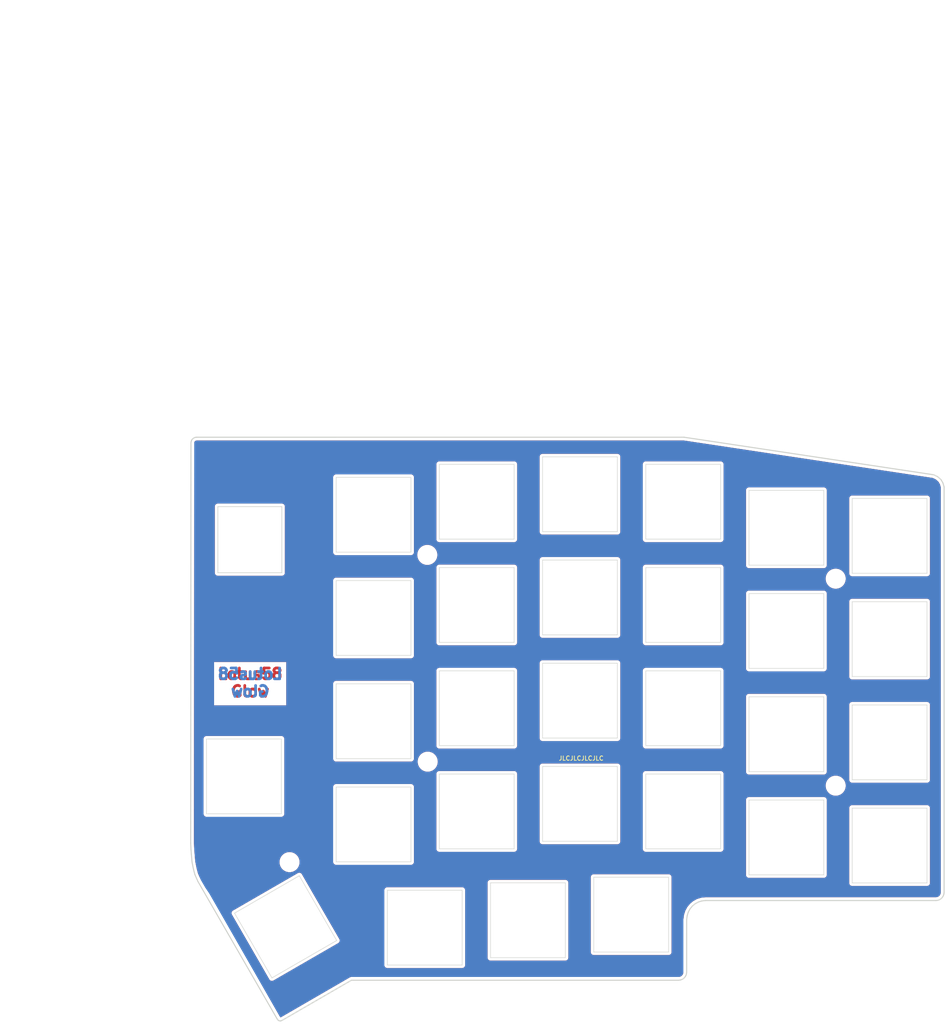
<source format=kicad_pcb>
(kicad_pcb (version 20171130) (host pcbnew "(5.1.9)-1")

  (general
    (thickness 1.6)
    (drawings 65)
    (tracks 0)
    (zones 0)
    (modules 35)
    (nets 1)
  )

  (page A4)
  (title_block
    (title "Lotus 58 Glow MX")
    (date 2020-12-12)
    (rev 0.95)
    (company "Markus Knutsson <markus.knutsson@tweety.se>")
    (comment 1 https://github.com/TweetyDaBird)
    (comment 2 "Licensed under CERN-OHL-S v2 or any superseding version")
  )

  (layers
    (0 F.Cu signal)
    (31 B.Cu signal)
    (32 B.Adhes user)
    (33 F.Adhes user)
    (34 B.Paste user)
    (35 F.Paste user)
    (36 B.SilkS user)
    (37 F.SilkS user)
    (38 B.Mask user)
    (39 F.Mask user)
    (40 Dwgs.User user)
    (41 Cmts.User user)
    (42 Eco1.User user)
    (43 Eco2.User user)
    (44 Edge.Cuts user)
    (45 Margin user)
    (46 B.CrtYd user)
    (47 F.CrtYd user)
    (48 B.Fab user)
    (49 F.Fab user)
  )

  (setup
    (last_trace_width 0.25)
    (user_trace_width 2.5)
    (trace_clearance 0.2)
    (zone_clearance 0.508)
    (zone_45_only no)
    (trace_min 0.2)
    (via_size 0.6096)
    (via_drill 0.3048)
    (via_min_size 0.4)
    (via_min_drill 0.3)
    (uvia_size 0.3)
    (uvia_drill 0.1)
    (uvias_allowed no)
    (uvia_min_size 0.2)
    (uvia_min_drill 0.1)
    (edge_width 0.15)
    (segment_width 0.2)
    (pcb_text_width 0.3)
    (pcb_text_size 1.5 1.5)
    (mod_edge_width 0.15)
    (mod_text_size 1 1)
    (mod_text_width 0.15)
    (pad_size 1.397 1.397)
    (pad_drill 0.8128)
    (pad_to_mask_clearance 0)
    (aux_axis_origin 76.0603 36.6903)
    (visible_elements 7FFFFF7F)
    (pcbplotparams
      (layerselection 0x010f0_ffffffff)
      (usegerberextensions false)
      (usegerberattributes false)
      (usegerberadvancedattributes false)
      (creategerberjobfile false)
      (excludeedgelayer false)
      (linewidth 0.100000)
      (plotframeref false)
      (viasonmask false)
      (mode 1)
      (useauxorigin false)
      (hpglpennumber 1)
      (hpglpenspeed 20)
      (hpglpendiameter 15.000000)
      (psnegative false)
      (psa4output false)
      (plotreference true)
      (plotvalue false)
      (plotinvisibletext false)
      (padsonsilk false)
      (subtractmaskfromsilk true)
      (outputformat 1)
      (mirror false)
      (drillshape 0)
      (scaleselection 1)
      (outputdirectory "gerber/"))
  )

  (net 0 "")

  (net_class Default "これは標準のネット クラスです。"
    (clearance 0.2)
    (trace_width 0.25)
    (via_dia 0.6096)
    (via_drill 0.3048)
    (uvia_dia 0.3)
    (uvia_drill 0.1)
  )

  (net_class GND ""
    (clearance 0.2)
    (trace_width 0.5)
    (via_dia 0.8128)
    (via_drill 0.3048)
    (uvia_dia 0.3)
    (uvia_drill 0.1)
  )

  (net_class VCC ""
    (clearance 0.2)
    (trace_width 0.5)
    (via_dia 0.8128)
    (via_drill 0.3048)
    (uvia_dia 0.3)
    (uvia_drill 0.1)
  )

  (module "Keyboard Library:RotaryEncoder_PlateHole_Placeholder" locked (layer F.Cu) (tedit 5FD33B2B) (tstamp 5FBCC9BC)
    (at 91.567 54.594 270)
    (descr "Alps rotary encoder, EC12E... with switch, vertical shaft, http://www.alps.com/prod/info/E/HTML/Encoder/Incremental/EC11/EC11E15204A3.html")
    (tags "rotary encoder")
    (path /5FAEDC34)
    (fp_text reference SW30 (at -4.7 -7.2 90) (layer F.Fab)
      (effects (font (size 1 1) (thickness 0.15)))
    )
    (fp_text value Rotary_Encoder_Switch (at 0 7.9 90) (layer F.Fab)
      (effects (font (size 1 1) (thickness 0.15)))
    )
    (fp_line (start 6.1 5.9) (end -6.1 5.9) (layer Edge.Cuts) (width 0.12))
    (fp_line (start 6.1 -5.9) (end -6.1 -5.9) (layer Edge.Cuts) (width 0.12))
    (fp_line (start -6.1 -5.9) (end -6.1 5.9) (layer Edge.Cuts) (width 0.12))
    (fp_line (start 6.1 -5.9) (end 6.1 5.9) (layer Edge.Cuts) (width 0.12))
    (model ${KISYS3DMOD}/Rotary_Encoder.3dshapes/RotaryEncoder_Alps_EC11E-Switch_Vertical_H20mm.wrl
      (at (xyz 0 0 0))
      (scale (xyz 1 1 1))
      (rotate (xyz 0 0 0))
    )
  )

  (module "Keyboard Library:Cherry_MX_Plate_Hole_Placeholder" locked (layer F.Cu) (tedit 5FD86C71) (tstamp 5D2EB223)
    (at 114.4 50)
    (descr "MX-style keyswitch with reversible Kailh socket mount")
    (tags MX,cherry,gateron,kailh,pg1511,socket)
    (path /5B7225DA)
    (fp_text reference SW1 (at 0 0) (layer F.SilkS) hide
      (effects (font (size 1.27 1.27) (thickness 0.15)))
    )
    (fp_text value SW_PUSH (at 0 0) (layer F.SilkS) hide
      (effects (font (size 1.27 1.27) (thickness 0.15)))
    )
    (fp_line (start 6.9 -6.9) (end -6.9 -6.9) (layer Edge.Cuts) (width 0.1))
    (fp_line (start 6.9 6.9) (end 6.9 -6.9) (layer Edge.Cuts) (width 0.1))
    (fp_line (start 6.9 6.9) (end -6.9 6.9) (layer Edge.Cuts) (width 0.1))
    (fp_line (start -6.9 6.9) (end -6.9 -6.9) (layer Edge.Cuts) (width 0.1))
  )

  (module "Keyboard Library:Cherry_MX_Plate_Hole_Placeholder" locked (layer F.Cu) (tedit 5FD86C71) (tstamp 5D2E3B10)
    (at 190.6 109.55)
    (descr "MX-style keyswitch with reversible Kailh socket mount")
    (tags MX,cherry,gateron,kailh,pg1511,socket)
    (path /5B7270F6)
    (fp_text reference SW23 (at 0 0) (layer F.SilkS) hide
      (effects (font (size 1.27 1.27) (thickness 0.15)))
    )
    (fp_text value SW_PUSH (at 0 0) (layer F.SilkS) hide
      (effects (font (size 1.27 1.27) (thickness 0.15)))
    )
    (fp_line (start 6.9 -6.9) (end -6.9 -6.9) (layer Edge.Cuts) (width 0.1))
    (fp_line (start 6.9 6.9) (end 6.9 -6.9) (layer Edge.Cuts) (width 0.1))
    (fp_line (start 6.9 6.9) (end -6.9 6.9) (layer Edge.Cuts) (width 0.1))
    (fp_line (start -6.9 6.9) (end -6.9 -6.9) (layer Edge.Cuts) (width 0.1))
  )

  (module "Keyboard Library:Cherry_MX_Plate_Hole_Placeholder" locked (layer F.Cu) (tedit 5FD86C71) (tstamp 5D2E3B8E)
    (at 161.95 123.8)
    (descr "MX-style keyswitch with reversible Kailh socket mount")
    (tags MX,cherry,gateron,kailh,pg1511,socket)
    (path /5B73449B)
    (fp_text reference SW29 (at 0 0) (layer F.SilkS) hide
      (effects (font (size 1.27 1.27) (thickness 0.15)))
    )
    (fp_text value SW_PUSH (at 0 0) (layer F.SilkS) hide
      (effects (font (size 1.27 1.27) (thickness 0.15)))
    )
    (fp_line (start 6.9 -6.9) (end -6.9 -6.9) (layer Edge.Cuts) (width 0.1))
    (fp_line (start 6.9 6.9) (end 6.9 -6.9) (layer Edge.Cuts) (width 0.1))
    (fp_line (start 6.9 6.9) (end -6.9 6.9) (layer Edge.Cuts) (width 0.1))
    (fp_line (start -6.9 6.9) (end -6.9 -6.9) (layer Edge.Cuts) (width 0.1))
  )

  (module "Keyboard Library:Cherry_MX_Plate_Hole_Placeholder" locked (layer F.Cu) (tedit 5FD86C71) (tstamp 5D2E3B79)
    (at 142.8977 124.8283)
    (descr "MX-style keyswitch with reversible Kailh socket mount")
    (tags MX,cherry,gateron,kailh,pg1511,socket)
    (path /5B734347)
    (fp_text reference SW28 (at 0 0) (layer F.SilkS) hide
      (effects (font (size 1.27 1.27) (thickness 0.15)))
    )
    (fp_text value SW_PUSH (at 0 0) (layer F.SilkS) hide
      (effects (font (size 1.27 1.27) (thickness 0.15)))
    )
    (fp_line (start 6.9 -6.9) (end -6.9 -6.9) (layer Edge.Cuts) (width 0.1))
    (fp_line (start 6.9 6.9) (end 6.9 -6.9) (layer Edge.Cuts) (width 0.1))
    (fp_line (start 6.9 6.9) (end -6.9 6.9) (layer Edge.Cuts) (width 0.1))
    (fp_line (start -6.9 6.9) (end -6.9 -6.9) (layer Edge.Cuts) (width 0.1))
  )

  (module "Keyboard Library:Cherry_MX_Plate_Hole_Placeholder" locked (layer F.Cu) (tedit 5FD86C71) (tstamp 5D2E3B64)
    (at 123.85 126.2)
    (descr "MX-style keyswitch with reversible Kailh socket mount")
    (tags MX,cherry,gateron,kailh,pg1511,socket)
    (path /5B7293B0)
    (fp_text reference SW27 (at 0 0) (layer F.SilkS) hide
      (effects (font (size 1.27 1.27) (thickness 0.15)))
    )
    (fp_text value SW_PUSH (at 0 0) (layer F.SilkS) hide
      (effects (font (size 1.27 1.27) (thickness 0.15)))
    )
    (fp_line (start 6.9 -6.9) (end -6.9 -6.9) (layer Edge.Cuts) (width 0.1))
    (fp_line (start 6.9 6.9) (end 6.9 -6.9) (layer Edge.Cuts) (width 0.1))
    (fp_line (start 6.9 6.9) (end -6.9 6.9) (layer Edge.Cuts) (width 0.1))
    (fp_line (start -6.9 6.9) (end -6.9 -6.9) (layer Edge.Cuts) (width 0.1))
  )

  (module "Keyboard Library:Cherry_MX_Plate_Hole_Placeholder" locked (layer F.Cu) (tedit 5FD86C71) (tstamp 5FB1EE42)
    (at 98.171 126.0475 300)
    (descr "MX-style keyswitch with reversible Kailh socket mount")
    (tags MX,cherry,gateron,kailh,pg1511,socket)
    (path /5B722582)
    (fp_text reference SW26 (at 0 0 120) (layer F.SilkS) hide
      (effects (font (size 1.27 1.27) (thickness 0.15)))
    )
    (fp_text value SW_PUSH (at 0 0 120) (layer F.SilkS) hide
      (effects (font (size 1.27 1.27) (thickness 0.15)))
    )
    (fp_line (start 6.9 -6.9) (end -6.9 -6.9) (layer Edge.Cuts) (width 0.1))
    (fp_line (start 6.9 6.9) (end 6.9 -6.9) (layer Edge.Cuts) (width 0.1))
    (fp_line (start 6.9 6.9) (end -6.9 6.9) (layer Edge.Cuts) (width 0.1))
    (fp_line (start -6.9 6.9) (end -6.9 -6.9) (layer Edge.Cuts) (width 0.1))
  )

  (module "Keyboard Library:Cherry_MX_Plate_Hole_Placeholder" locked (layer F.Cu) (tedit 5FD86C71) (tstamp 5FAC2AEB)
    (at 90.4748 98.2853)
    (descr "MX-style keyswitch with reversible Kailh socket mount")
    (tags MX,cherry,gateron,kailh,pg1511,socket)
    (path /5B722503)
    (fp_text reference SW25 (at 0 0) (layer F.SilkS) hide
      (effects (font (size 1.27 1.27) (thickness 0.15)))
    )
    (fp_text value SW_PUSH (at 0 0) (layer F.SilkS) hide
      (effects (font (size 1.27 1.27) (thickness 0.15)))
    )
    (fp_line (start 6.9 -6.9) (end -6.9 -6.9) (layer Edge.Cuts) (width 0.1))
    (fp_line (start 6.9 6.9) (end 6.9 -6.9) (layer Edge.Cuts) (width 0.1))
    (fp_line (start 6.9 6.9) (end -6.9 6.9) (layer Edge.Cuts) (width 0.1))
    (fp_line (start -6.9 6.9) (end -6.9 -6.9) (layer Edge.Cuts) (width 0.1))
  )

  (module "Keyboard Library:Cherry_MX_Plate_Hole_Placeholder" locked (layer F.Cu) (tedit 5FD86C71) (tstamp 5FAC4603)
    (at 209.65 111.05)
    (descr "MX-style keyswitch with reversible Kailh socket mount")
    (tags MX,cherry,gateron,kailh,pg1511,socket)
    (path /5B7271A5)
    (fp_text reference SW24 (at 0 0) (layer F.SilkS) hide
      (effects (font (size 1.27 1.27) (thickness 0.15)))
    )
    (fp_text value SW_PUSH (at 0 0) (layer F.SilkS) hide
      (effects (font (size 1.27 1.27) (thickness 0.15)))
    )
    (fp_line (start 6.9 -6.9) (end -6.9 -6.9) (layer Edge.Cuts) (width 0.1))
    (fp_line (start 6.9 6.9) (end 6.9 -6.9) (layer Edge.Cuts) (width 0.1))
    (fp_line (start 6.9 6.9) (end -6.9 6.9) (layer Edge.Cuts) (width 0.1))
    (fp_line (start -6.9 6.9) (end -6.9 -6.9) (layer Edge.Cuts) (width 0.1))
  )

  (module "Keyboard Library:Cherry_MX_Plate_Hole_Placeholder" locked (layer F.Cu) (tedit 5FD86C71) (tstamp 5D2E3AFB)
    (at 171.55 104.75)
    (descr "MX-style keyswitch with reversible Kailh socket mount")
    (tags MX,cherry,gateron,kailh,pg1511,socket)
    (path /5B727035)
    (fp_text reference SW22 (at 0 0) (layer F.SilkS) hide
      (effects (font (size 1.27 1.27) (thickness 0.15)))
    )
    (fp_text value SW_PUSH (at 0 0) (layer F.SilkS) hide
      (effects (font (size 1.27 1.27) (thickness 0.15)))
    )
    (fp_line (start 6.9 -6.9) (end -6.9 -6.9) (layer Edge.Cuts) (width 0.1))
    (fp_line (start 6.9 6.9) (end 6.9 -6.9) (layer Edge.Cuts) (width 0.1))
    (fp_line (start 6.9 6.9) (end -6.9 6.9) (layer Edge.Cuts) (width 0.1))
    (fp_line (start -6.9 6.9) (end -6.9 -6.9) (layer Edge.Cuts) (width 0.1))
  )

  (module "Keyboard Library:Cherry_MX_Plate_Hole_Placeholder" locked (layer F.Cu) (tedit 5FD86C71) (tstamp 5D2E3AE6)
    (at 152.5 103.36)
    (descr "MX-style keyswitch with reversible Kailh socket mount")
    (tags MX,cherry,gateron,kailh,pg1511,socket)
    (path /5B726F89)
    (fp_text reference SW21 (at 0 0) (layer F.SilkS) hide
      (effects (font (size 1.27 1.27) (thickness 0.15)))
    )
    (fp_text value SW_PUSH (at 0 0) (layer F.SilkS) hide
      (effects (font (size 1.27 1.27) (thickness 0.15)))
    )
    (fp_line (start 6.9 -6.9) (end -6.9 -6.9) (layer Edge.Cuts) (width 0.1))
    (fp_line (start 6.9 6.9) (end 6.9 -6.9) (layer Edge.Cuts) (width 0.1))
    (fp_line (start 6.9 6.9) (end -6.9 6.9) (layer Edge.Cuts) (width 0.1))
    (fp_line (start -6.9 6.9) (end -6.9 -6.9) (layer Edge.Cuts) (width 0.1))
  )

  (module "Keyboard Library:Cherry_MX_Plate_Hole_Placeholder" locked (layer F.Cu) (tedit 5FD86C71) (tstamp 5D2E3AD1)
    (at 133.45 104.75)
    (descr "MX-style keyswitch with reversible Kailh socket mount")
    (tags MX,cherry,gateron,kailh,pg1511,socket)
    (path /5B727256)
    (fp_text reference SW20 (at 0 0) (layer F.SilkS) hide
      (effects (font (size 1.27 1.27) (thickness 0.15)))
    )
    (fp_text value SW_PUSH (at 0 0) (layer F.SilkS) hide
      (effects (font (size 1.27 1.27) (thickness 0.15)))
    )
    (fp_line (start 6.9 -6.9) (end -6.9 -6.9) (layer Edge.Cuts) (width 0.1))
    (fp_line (start 6.9 6.9) (end 6.9 -6.9) (layer Edge.Cuts) (width 0.1))
    (fp_line (start 6.9 6.9) (end -6.9 6.9) (layer Edge.Cuts) (width 0.1))
    (fp_line (start -6.9 6.9) (end -6.9 -6.9) (layer Edge.Cuts) (width 0.1))
  )

  (module "Keyboard Library:Cherry_MX_Plate_Hole_Placeholder" locked (layer F.Cu) (tedit 5FD86C71) (tstamp 5D2E3ABC)
    (at 114.4 107.15)
    (descr "MX-style keyswitch with reversible Kailh socket mount")
    (tags MX,cherry,gateron,kailh,pg1511,socket)
    (path /5B727312)
    (fp_text reference SW19 (at 0 0) (layer F.SilkS) hide
      (effects (font (size 1.27 1.27) (thickness 0.15)))
    )
    (fp_text value SW_PUSH (at 0 0) (layer F.SilkS) hide
      (effects (font (size 1.27 1.27) (thickness 0.15)))
    )
    (fp_line (start 6.9 -6.9) (end -6.9 -6.9) (layer Edge.Cuts) (width 0.1))
    (fp_line (start 6.9 6.9) (end 6.9 -6.9) (layer Edge.Cuts) (width 0.1))
    (fp_line (start 6.9 6.9) (end -6.9 6.9) (layer Edge.Cuts) (width 0.1))
    (fp_line (start -6.9 6.9) (end -6.9 -6.9) (layer Edge.Cuts) (width 0.1))
  )

  (module "Keyboard Library:Cherry_MX_Plate_Hole_Placeholder" locked (layer F.Cu) (tedit 5FD86C71) (tstamp 5D2E3AA7)
    (at 209.65 92)
    (descr "MX-style keyswitch with reversible Kailh socket mount")
    (tags MX,cherry,gateron,kailh,pg1511,socket)
    (path /5B725398)
    (fp_text reference SW18 (at 0 0) (layer F.SilkS) hide
      (effects (font (size 1.27 1.27) (thickness 0.15)))
    )
    (fp_text value SW_PUSH (at 0 0) (layer F.SilkS) hide
      (effects (font (size 1.27 1.27) (thickness 0.15)))
    )
    (fp_line (start 6.9 -6.9) (end -6.9 -6.9) (layer Edge.Cuts) (width 0.1))
    (fp_line (start 6.9 6.9) (end 6.9 -6.9) (layer Edge.Cuts) (width 0.1))
    (fp_line (start 6.9 6.9) (end -6.9 6.9) (layer Edge.Cuts) (width 0.1))
    (fp_line (start -6.9 6.9) (end -6.9 -6.9) (layer Edge.Cuts) (width 0.1))
  )

  (module "Keyboard Library:Cherry_MX_Plate_Hole_Placeholder" locked (layer F.Cu) (tedit 5FD86C71) (tstamp 5D2E3A92)
    (at 190.6 90.5)
    (descr "MX-style keyswitch with reversible Kailh socket mount")
    (tags MX,cherry,gateron,kailh,pg1511,socket)
    (path /5B7252F1)
    (fp_text reference SW17 (at 0 0) (layer F.SilkS) hide
      (effects (font (size 1.27 1.27) (thickness 0.15)))
    )
    (fp_text value SW_PUSH (at 0 0) (layer F.SilkS) hide
      (effects (font (size 1.27 1.27) (thickness 0.15)))
    )
    (fp_line (start 6.9 -6.9) (end -6.9 -6.9) (layer Edge.Cuts) (width 0.1))
    (fp_line (start 6.9 6.9) (end 6.9 -6.9) (layer Edge.Cuts) (width 0.1))
    (fp_line (start 6.9 6.9) (end -6.9 6.9) (layer Edge.Cuts) (width 0.1))
    (fp_line (start -6.9 6.9) (end -6.9 -6.9) (layer Edge.Cuts) (width 0.1))
  )

  (module "Keyboard Library:Cherry_MX_Plate_Hole_Placeholder" locked (layer F.Cu) (tedit 5FD86C71) (tstamp 5FB39990)
    (at 171.55 85.7)
    (descr "MX-style keyswitch with reversible Kailh socket mount")
    (tags MX,cherry,gateron,kailh,pg1511,socket)
    (path /5B72524E)
    (fp_text reference SW16 (at 0 0) (layer F.SilkS) hide
      (effects (font (size 1.27 1.27) (thickness 0.15)))
    )
    (fp_text value SW_PUSH (at 0 0) (layer F.SilkS) hide
      (effects (font (size 1.27 1.27) (thickness 0.15)))
    )
    (fp_line (start 6.9 -6.9) (end -6.9 -6.9) (layer Edge.Cuts) (width 0.1))
    (fp_line (start 6.9 6.9) (end 6.9 -6.9) (layer Edge.Cuts) (width 0.1))
    (fp_line (start 6.9 6.9) (end -6.9 6.9) (layer Edge.Cuts) (width 0.1))
    (fp_line (start -6.9 6.9) (end -6.9 -6.9) (layer Edge.Cuts) (width 0.1))
  )

  (module "Keyboard Library:Cherry_MX_Plate_Hole_Placeholder" locked (layer F.Cu) (tedit 5FD86C71) (tstamp 5D2E3A68)
    (at 152.5 84.31)
    (descr "MX-style keyswitch with reversible Kailh socket mount")
    (tags MX,cherry,gateron,kailh,pg1511,socket)
    (path /5B7251BF)
    (fp_text reference SW15 (at 0 0) (layer F.SilkS) hide
      (effects (font (size 1.27 1.27) (thickness 0.15)))
    )
    (fp_text value SW_PUSH (at 0 0) (layer F.SilkS) hide
      (effects (font (size 1.27 1.27) (thickness 0.15)))
    )
    (fp_line (start 6.9 -6.9) (end -6.9 -6.9) (layer Edge.Cuts) (width 0.1))
    (fp_line (start 6.9 6.9) (end 6.9 -6.9) (layer Edge.Cuts) (width 0.1))
    (fp_line (start 6.9 6.9) (end -6.9 6.9) (layer Edge.Cuts) (width 0.1))
    (fp_line (start -6.9 6.9) (end -6.9 -6.9) (layer Edge.Cuts) (width 0.1))
  )

  (module "Keyboard Library:Cherry_MX_Plate_Hole_Placeholder" locked (layer F.Cu) (tedit 5FD86C71) (tstamp 5D2E3A53)
    (at 133.45 85.7)
    (descr "MX-style keyswitch with reversible Kailh socket mount")
    (tags MX,cherry,gateron,kailh,pg1511,socket)
    (path /5B725133)
    (fp_text reference SW14 (at 0 0) (layer F.SilkS) hide
      (effects (font (size 1.27 1.27) (thickness 0.15)))
    )
    (fp_text value SW_PUSH (at 0 0) (layer F.SilkS) hide
      (effects (font (size 1.27 1.27) (thickness 0.15)))
    )
    (fp_line (start 6.9 -6.9) (end -6.9 -6.9) (layer Edge.Cuts) (width 0.1))
    (fp_line (start 6.9 6.9) (end 6.9 -6.9) (layer Edge.Cuts) (width 0.1))
    (fp_line (start 6.9 6.9) (end -6.9 6.9) (layer Edge.Cuts) (width 0.1))
    (fp_line (start -6.9 6.9) (end -6.9 -6.9) (layer Edge.Cuts) (width 0.1))
  )

  (module "Keyboard Library:Cherry_MX_Plate_Hole_Placeholder" locked (layer F.Cu) (tedit 5FD86C71) (tstamp 5D2E3A3E)
    (at 114.4 88.1)
    (descr "MX-style keyswitch with reversible Kailh socket mount")
    (tags MX,cherry,gateron,kailh,pg1511,socket)
    (path /5B7250AD)
    (fp_text reference SW13 (at 0 0) (layer F.SilkS) hide
      (effects (font (size 1.27 1.27) (thickness 0.15)))
    )
    (fp_text value SW_PUSH (at 0 0) (layer F.SilkS) hide
      (effects (font (size 1.27 1.27) (thickness 0.15)))
    )
    (fp_line (start 6.9 -6.9) (end -6.9 -6.9) (layer Edge.Cuts) (width 0.1))
    (fp_line (start 6.9 6.9) (end 6.9 -6.9) (layer Edge.Cuts) (width 0.1))
    (fp_line (start 6.9 6.9) (end -6.9 6.9) (layer Edge.Cuts) (width 0.1))
    (fp_line (start -6.9 6.9) (end -6.9 -6.9) (layer Edge.Cuts) (width 0.1))
  )

  (module "Keyboard Library:Cherry_MX_Plate_Hole_Placeholder" locked (layer F.Cu) (tedit 5FD86C71) (tstamp 5D2E3A29)
    (at 209.65 72.95)
    (descr "MX-style keyswitch with reversible Kailh socket mount")
    (tags MX,cherry,gateron,kailh,pg1511,socket)
    (path /5B723AD3)
    (fp_text reference SW12 (at 0 0) (layer F.SilkS) hide
      (effects (font (size 1.27 1.27) (thickness 0.15)))
    )
    (fp_text value SW_PUSH (at 0 0) (layer F.SilkS) hide
      (effects (font (size 1.27 1.27) (thickness 0.15)))
    )
    (fp_line (start 6.9 -6.9) (end -6.9 -6.9) (layer Edge.Cuts) (width 0.1))
    (fp_line (start 6.9 6.9) (end 6.9 -6.9) (layer Edge.Cuts) (width 0.1))
    (fp_line (start 6.9 6.9) (end -6.9 6.9) (layer Edge.Cuts) (width 0.1))
    (fp_line (start -6.9 6.9) (end -6.9 -6.9) (layer Edge.Cuts) (width 0.1))
  )

  (module "Keyboard Library:Cherry_MX_Plate_Hole_Placeholder" locked (layer F.Cu) (tedit 5FD86C71) (tstamp 5D2E3A14)
    (at 190.6 71.45)
    (descr "MX-style keyswitch with reversible Kailh socket mount")
    (tags MX,cherry,gateron,kailh,pg1511,socket)
    (path /5B72387D)
    (fp_text reference SW11 (at 0 0) (layer F.SilkS) hide
      (effects (font (size 1.27 1.27) (thickness 0.15)))
    )
    (fp_text value SW_PUSH (at 0 0) (layer F.SilkS) hide
      (effects (font (size 1.27 1.27) (thickness 0.15)))
    )
    (fp_line (start 6.9 -6.9) (end -6.9 -6.9) (layer Edge.Cuts) (width 0.1))
    (fp_line (start 6.9 6.9) (end 6.9 -6.9) (layer Edge.Cuts) (width 0.1))
    (fp_line (start 6.9 6.9) (end -6.9 6.9) (layer Edge.Cuts) (width 0.1))
    (fp_line (start -6.9 6.9) (end -6.9 -6.9) (layer Edge.Cuts) (width 0.1))
  )

  (module "Keyboard Library:Cherry_MX_Plate_Hole_Placeholder" locked (layer F.Cu) (tedit 5FD86C71) (tstamp 5D2E39FF)
    (at 171.55 66.65)
    (descr "MX-style keyswitch with reversible Kailh socket mount")
    (tags MX,cherry,gateron,kailh,pg1511,socket)
    (path /5B7237A6)
    (fp_text reference SW10 (at 0 0) (layer F.SilkS) hide
      (effects (font (size 1.27 1.27) (thickness 0.15)))
    )
    (fp_text value SW_PUSH (at 0 0) (layer F.SilkS) hide
      (effects (font (size 1.27 1.27) (thickness 0.15)))
    )
    (fp_line (start 6.9 -6.9) (end -6.9 -6.9) (layer Edge.Cuts) (width 0.1))
    (fp_line (start 6.9 6.9) (end 6.9 -6.9) (layer Edge.Cuts) (width 0.1))
    (fp_line (start 6.9 6.9) (end -6.9 6.9) (layer Edge.Cuts) (width 0.1))
    (fp_line (start -6.9 6.9) (end -6.9 -6.9) (layer Edge.Cuts) (width 0.1))
  )

  (module "Keyboard Library:Cherry_MX_Plate_Hole_Placeholder" locked (layer F.Cu) (tedit 5FD86C71) (tstamp 5D2E39EA)
    (at 152.5 65.26)
    (descr "MX-style keyswitch with reversible Kailh socket mount")
    (tags MX,cherry,gateron,kailh,pg1511,socket)
    (path /5B723731)
    (fp_text reference SW9 (at 0 0) (layer F.SilkS) hide
      (effects (font (size 1.27 1.27) (thickness 0.15)))
    )
    (fp_text value SW_PUSH (at 0 0) (layer F.SilkS) hide
      (effects (font (size 1.27 1.27) (thickness 0.15)))
    )
    (fp_line (start 6.9 -6.9) (end -6.9 -6.9) (layer Edge.Cuts) (width 0.1))
    (fp_line (start 6.9 6.9) (end 6.9 -6.9) (layer Edge.Cuts) (width 0.1))
    (fp_line (start 6.9 6.9) (end -6.9 6.9) (layer Edge.Cuts) (width 0.1))
    (fp_line (start -6.9 6.9) (end -6.9 -6.9) (layer Edge.Cuts) (width 0.1))
  )

  (module "Keyboard Library:Cherry_MX_Plate_Hole_Placeholder" locked (layer F.Cu) (tedit 5FD86C71) (tstamp 5FE2A4B7)
    (at 133.45 66.65)
    (descr "MX-style keyswitch with reversible Kailh socket mount")
    (tags MX,cherry,gateron,kailh,pg1511,socket)
    (path /5B723388)
    (fp_text reference SW8 (at 0 0) (layer F.SilkS) hide
      (effects (font (size 1.27 1.27) (thickness 0.15)))
    )
    (fp_text value SW_PUSH (at 0 0) (layer F.SilkS) hide
      (effects (font (size 1.27 1.27) (thickness 0.15)))
    )
    (fp_line (start 6.9 -6.9) (end -6.9 -6.9) (layer Edge.Cuts) (width 0.1))
    (fp_line (start 6.9 6.9) (end 6.9 -6.9) (layer Edge.Cuts) (width 0.1))
    (fp_line (start 6.9 6.9) (end -6.9 6.9) (layer Edge.Cuts) (width 0.1))
    (fp_line (start -6.9 6.9) (end -6.9 -6.9) (layer Edge.Cuts) (width 0.1))
  )

  (module "Keyboard Library:Cherry_MX_Plate_Hole_Placeholder" locked (layer F.Cu) (tedit 5FD86C71) (tstamp 5D2E39C0)
    (at 114.4 69.05)
    (descr "MX-style keyswitch with reversible Kailh socket mount")
    (tags MX,cherry,gateron,kailh,pg1511,socket)
    (path /5B723C9D)
    (fp_text reference SW7 (at 0 0) (layer F.SilkS) hide
      (effects (font (size 1.27 1.27) (thickness 0.15)))
    )
    (fp_text value SW_PUSH (at 0 0) (layer F.SilkS) hide
      (effects (font (size 1.27 1.27) (thickness 0.15)))
    )
    (fp_line (start 6.9 -6.9) (end -6.9 -6.9) (layer Edge.Cuts) (width 0.1))
    (fp_line (start 6.9 6.9) (end 6.9 -6.9) (layer Edge.Cuts) (width 0.1))
    (fp_line (start 6.9 6.9) (end -6.9 6.9) (layer Edge.Cuts) (width 0.1))
    (fp_line (start -6.9 6.9) (end -6.9 -6.9) (layer Edge.Cuts) (width 0.1))
  )

  (module "Keyboard Library:Cherry_MX_Plate_Hole_Placeholder" locked (layer F.Cu) (tedit 5FD86C71) (tstamp 5D2E39AB)
    (at 209.65 53.9)
    (descr "MX-style keyswitch with reversible Kailh socket mount")
    (tags MX,cherry,gateron,kailh,pg1511,socket)
    (path /5B722CA9)
    (fp_text reference SW6 (at 0 0) (layer F.SilkS) hide
      (effects (font (size 1.27 1.27) (thickness 0.15)))
    )
    (fp_text value SW_PUSH (at 0 0) (layer F.SilkS) hide
      (effects (font (size 1.27 1.27) (thickness 0.15)))
    )
    (fp_line (start 6.9 -6.9) (end -6.9 -6.9) (layer Edge.Cuts) (width 0.1))
    (fp_line (start 6.9 6.9) (end 6.9 -6.9) (layer Edge.Cuts) (width 0.1))
    (fp_line (start 6.9 6.9) (end -6.9 6.9) (layer Edge.Cuts) (width 0.1))
    (fp_line (start -6.9 6.9) (end -6.9 -6.9) (layer Edge.Cuts) (width 0.1))
  )

  (module "Keyboard Library:Cherry_MX_Plate_Hole_Placeholder" locked (layer F.Cu) (tedit 5FD86C71) (tstamp 5FD2C7F5)
    (at 190.6 52.4)
    (descr "MX-style keyswitch with reversible Kailh socket mount")
    (tags MX,cherry,gateron,kailh,pg1511,socket)
    (path /5B722B51)
    (fp_text reference SW5 (at 0 0) (layer F.SilkS) hide
      (effects (font (size 1.27 1.27) (thickness 0.15)))
    )
    (fp_text value SW_PUSH (at 0 0) (layer F.SilkS) hide
      (effects (font (size 1.27 1.27) (thickness 0.15)))
    )
    (fp_line (start 6.9 -6.9) (end -6.9 -6.9) (layer Edge.Cuts) (width 0.1))
    (fp_line (start 6.9 6.9) (end 6.9 -6.9) (layer Edge.Cuts) (width 0.1))
    (fp_line (start 6.9 6.9) (end -6.9 6.9) (layer Edge.Cuts) (width 0.1))
    (fp_line (start -6.9 6.9) (end -6.9 -6.9) (layer Edge.Cuts) (width 0.1))
  )

  (module "Keyboard Library:Cherry_MX_Plate_Hole_Placeholder" locked (layer F.Cu) (tedit 5FD86C71) (tstamp 5D2E3981)
    (at 171.55 47.6)
    (descr "MX-style keyswitch with reversible Kailh socket mount")
    (tags MX,cherry,gateron,kailh,pg1511,socket)
    (path /5B722A11)
    (fp_text reference SW4 (at 0 0) (layer F.SilkS) hide
      (effects (font (size 1.27 1.27) (thickness 0.15)))
    )
    (fp_text value SW_PUSH (at 0 0) (layer F.SilkS) hide
      (effects (font (size 1.27 1.27) (thickness 0.15)))
    )
    (fp_line (start 6.9 -6.9) (end -6.9 -6.9) (layer Edge.Cuts) (width 0.1))
    (fp_line (start 6.9 6.9) (end 6.9 -6.9) (layer Edge.Cuts) (width 0.1))
    (fp_line (start 6.9 6.9) (end -6.9 6.9) (layer Edge.Cuts) (width 0.1))
    (fp_line (start -6.9 6.9) (end -6.9 -6.9) (layer Edge.Cuts) (width 0.1))
  )

  (module "Keyboard Library:Cherry_MX_Plate_Hole_Placeholder" locked (layer F.Cu) (tedit 5FD86C71) (tstamp 5D2E396C)
    (at 152.5 46.21)
    (descr "MX-style keyswitch with reversible Kailh socket mount")
    (tags MX,cherry,gateron,kailh,pg1511,socket)
    (path /5B7228F7)
    (fp_text reference SW3 (at 0 0) (layer F.SilkS) hide
      (effects (font (size 1.27 1.27) (thickness 0.15)))
    )
    (fp_text value SW_PUSH (at 0 0) (layer F.SilkS) hide
      (effects (font (size 1.27 1.27) (thickness 0.15)))
    )
    (fp_line (start 6.9 -6.9) (end -6.9 -6.9) (layer Edge.Cuts) (width 0.1))
    (fp_line (start 6.9 6.9) (end 6.9 -6.9) (layer Edge.Cuts) (width 0.1))
    (fp_line (start 6.9 6.9) (end -6.9 6.9) (layer Edge.Cuts) (width 0.1))
    (fp_line (start -6.9 6.9) (end -6.9 -6.9) (layer Edge.Cuts) (width 0.1))
  )

  (module "Keyboard Library:Cherry_MX_Plate_Hole_Placeholder" locked (layer F.Cu) (tedit 5FD86C71) (tstamp 5D2E3957)
    (at 133.45 47.6)
    (descr "MX-style keyswitch with reversible Kailh socket mount")
    (tags MX,cherry,gateron,kailh,pg1511,socket)
    (path /5B7227CD)
    (fp_text reference SW2 (at 0 0) (layer F.SilkS) hide
      (effects (font (size 1.27 1.27) (thickness 0.15)))
    )
    (fp_text value SW_PUSH (at 0 0) (layer F.SilkS) hide
      (effects (font (size 1.27 1.27) (thickness 0.15)))
    )
    (fp_line (start 6.9 -6.9) (end -6.9 -6.9) (layer Edge.Cuts) (width 0.1))
    (fp_line (start 6.9 6.9) (end 6.9 -6.9) (layer Edge.Cuts) (width 0.1))
    (fp_line (start 6.9 6.9) (end -6.9 6.9) (layer Edge.Cuts) (width 0.1))
    (fp_line (start -6.9 6.9) (end -6.9 -6.9) (layer Edge.Cuts) (width 0.1))
  )

  (module MountingHole:MountingHole_2.7mm_M2.5 (layer F.Cu) (tedit 56D1B4CB) (tstamp 6029B1BE)
    (at 199.7 100)
    (descr "Mounting Hole 2.7mm, no annular, M2.5")
    (tags "mounting hole 2.7mm no annular m2.5")
    (attr virtual)
    (fp_text reference REF** (at 0 -3.7) (layer F.SilkS) hide
      (effects (font (size 1 1) (thickness 0.15)))
    )
    (fp_text value MountingHole_2.7mm_M2.5 (at 0 3.7) (layer F.Fab)
      (effects (font (size 1 1) (thickness 0.15)))
    )
    (fp_circle (center 0 0) (end 2.95 0) (layer F.CrtYd) (width 0.05))
    (fp_circle (center 0 0) (end 2.7 0) (layer Cmts.User) (width 0.15))
    (fp_text user %R (at 0.3 0) (layer F.Fab)
      (effects (font (size 1 1) (thickness 0.15)))
    )
    (pad 1 np_thru_hole circle (at 0 0) (size 2.7 2.7) (drill 2.7) (layers *.Cu *.Mask))
  )

  (module MountingHole:MountingHole_2.7mm_M2.5 (layer F.Cu) (tedit 56D1B4CB) (tstamp 6029B1BE)
    (at 199.7 61.8)
    (descr "Mounting Hole 2.7mm, no annular, M2.5")
    (tags "mounting hole 2.7mm no annular m2.5")
    (attr virtual)
    (fp_text reference REF** (at 0 -3.7) (layer F.SilkS) hide
      (effects (font (size 1 1) (thickness 0.15)))
    )
    (fp_text value MountingHole_2.7mm_M2.5 (at 0 3.7) (layer F.Fab)
      (effects (font (size 1 1) (thickness 0.15)))
    )
    (fp_circle (center 0 0) (end 2.95 0) (layer F.CrtYd) (width 0.05))
    (fp_circle (center 0 0) (end 2.7 0) (layer Cmts.User) (width 0.15))
    (fp_text user %R (at 0.3 0) (layer F.Fab)
      (effects (font (size 1 1) (thickness 0.15)))
    )
    (pad 1 np_thru_hole circle (at 0 0) (size 2.7 2.7) (drill 2.7) (layers *.Cu *.Mask))
  )

  (module MountingHole:MountingHole_2.7mm_M2.5 (layer F.Cu) (tedit 56D1B4CB) (tstamp 6029B1BE)
    (at 98.8949 114.1095)
    (descr "Mounting Hole 2.7mm, no annular, M2.5")
    (tags "mounting hole 2.7mm no annular m2.5")
    (attr virtual)
    (fp_text reference REF** (at 0 -3.7) (layer F.SilkS) hide
      (effects (font (size 1 1) (thickness 0.15)))
    )
    (fp_text value MountingHole_2.7mm_M2.5 (at 0 3.7) (layer F.Fab)
      (effects (font (size 1 1) (thickness 0.15)))
    )
    (fp_circle (center 0 0) (end 2.95 0) (layer F.CrtYd) (width 0.05))
    (fp_circle (center 0 0) (end 2.7 0) (layer Cmts.User) (width 0.15))
    (fp_text user %R (at 0.3 0) (layer F.Fab)
      (effects (font (size 1 1) (thickness 0.15)))
    )
    (pad 1 np_thru_hole circle (at 0 0) (size 2.7 2.7) (drill 2.7) (layers *.Cu *.Mask))
  )

  (module MountingHole:MountingHole_2.7mm_M2.5 (layer F.Cu) (tedit 56D1B4CB) (tstamp 6029B1BE)
    (at 124.3965 95.5675)
    (descr "Mounting Hole 2.7mm, no annular, M2.5")
    (tags "mounting hole 2.7mm no annular m2.5")
    (attr virtual)
    (fp_text reference REF** (at 0 -3.7) (layer F.SilkS) hide
      (effects (font (size 1 1) (thickness 0.15)))
    )
    (fp_text value MountingHole_2.7mm_M2.5 (at 0 3.7) (layer F.Fab)
      (effects (font (size 1 1) (thickness 0.15)))
    )
    (fp_circle (center 0 0) (end 2.95 0) (layer F.CrtYd) (width 0.05))
    (fp_circle (center 0 0) (end 2.7 0) (layer Cmts.User) (width 0.15))
    (fp_text user %R (at 0.3 0) (layer F.Fab)
      (effects (font (size 1 1) (thickness 0.15)))
    )
    (pad 1 np_thru_hole circle (at 0 0) (size 2.7 2.7) (drill 2.7) (layers *.Cu *.Mask))
  )

  (module MountingHole:MountingHole_2.7mm_M2.5 (layer F.Cu) (tedit 56D1B4CB) (tstamp 6029B199)
    (at 124.32538 57.40908)
    (descr "Mounting Hole 2.7mm, no annular, M2.5")
    (tags "mounting hole 2.7mm no annular m2.5")
    (attr virtual)
    (fp_text reference REF** (at 0 -3.7) (layer F.SilkS) hide
      (effects (font (size 1 1) (thickness 0.15)))
    )
    (fp_text value MountingHole_2.7mm_M2.5 (at 0 3.7) (layer F.Fab)
      (effects (font (size 1 1) (thickness 0.15)))
    )
    (fp_circle (center 0 0) (end 2.95 0) (layer F.CrtYd) (width 0.05))
    (fp_circle (center 0 0) (end 2.7 0) (layer Cmts.User) (width 0.15))
    (fp_text user %R (at 0.3 0) (layer F.Fab)
      (effects (font (size 1 1) (thickness 0.15)))
    )
    (pad 1 np_thru_hole circle (at 0 0) (size 2.7 2.7) (drill 2.7) (layers *.Cu *.Mask))
  )

  (gr_text JLCJLCJLCJLC (at 152.72 94.95) (layer F.SilkS)
    (effects (font (size 0.8 0.8) (thickness 0.15)))
  )
  (gr_text "Lotus58\nGlow" (at 91.63 80.99) (layer B.Cu) (tstamp 6029B321)
    (effects (font (size 2 2) (thickness 0.5)) (justify mirror))
  )
  (gr_text "Lotus58\nGlow" (at 91.63 80.99) (layer F.Cu) (tstamp 6029B60F)
    (effects (font (size 2 2) (thickness 0.5)))
  )
  (dimension 139.00462 (width 0.15) (layer Eco1.User)
    (gr_text "139,005 mm" (at 150.20261 20.544) (layer Eco1.User)
      (effects (font (size 1 1) (thickness 0.15)))
    )
    (feature1 (pts (xy 80.7003 44.8564) (xy 80.7003 21.257579)))
    (feature2 (pts (xy 219.70492 44.8564) (xy 219.70492 21.257579)))
    (crossbar (pts (xy 219.70492 21.844) (xy 80.7003 21.844)))
    (arrow1a (pts (xy 80.7003 21.844) (xy 81.826804 21.257579)))
    (arrow1b (pts (xy 80.7003 21.844) (xy 81.826804 22.430421)))
    (arrow2a (pts (xy 219.70492 21.844) (xy 218.578416 21.257579)))
    (arrow2b (pts (xy 219.70492 21.844) (xy 218.578416 22.430421)))
  )
  (gr_line (start 80.7085 111.8235) (end 80.772 112.649) (layer Edge.Cuts) (width 0.2) (tstamp 5FB11E18))
  (gr_line (start 80.772 112.649) (end 80.899 114.1095) (layer Edge.Cuts) (width 0.2) (tstamp 5FB11B71))
  (gr_line (start 97.594758 143.271756) (end 110.31982 135.90524) (layer Edge.Cuts) (width 0.2))
  (gr_line (start 218.511891 42.96639) (end 217.79552 42.621355) (layer Edge.Cuts) (width 0.2))
  (gr_line (start 219.50172 44.1452) (end 219.70492 44.8564) (layer Edge.Cuts) (width 0.2) (tstamp 5FAC4583))
  (gr_line (start 219.13342 43.5102) (end 219.50172 44.1452) (layer Edge.Cuts) (width 0.2))
  (dimension 106.7181 (width 0.3) (layer Eco1.User) (tstamp 5BE6B60C)
    (gr_text "106,718 mm" (at 70.9603 90.04935 270) (layer Eco1.User) (tstamp 5BE6B60C)
      (effects (font (size 1.5 1.5) (thickness 0.3)))
    )
    (feature1 (pts (xy 76.0603 143.4084) (xy 72.473879 143.4084)))
    (feature2 (pts (xy 76.0603 36.6903) (xy 72.473879 36.6903)))
    (crossbar (pts (xy 73.0603 36.6903) (xy 73.0603 143.4084)))
    (arrow1a (pts (xy 73.0603 143.4084) (xy 72.473879 142.281896)))
    (arrow1b (pts (xy 73.0603 143.4084) (xy 73.646721 142.281896)))
    (arrow2a (pts (xy 73.0603 36.6903) (xy 72.473879 37.816804)))
    (arrow2b (pts (xy 73.0603 36.6903) (xy 73.646721 37.816804)))
  )
  (gr_line (start 175.719348 121.193595) (end 218.18092 121.19356) (layer Edge.Cuts) (width 0.2))
  (gr_line (start 175.013524 121.264638) (end 175.719348 121.193595) (layer Edge.Cuts) (width 0.2))
  (gr_line (start 174.356326 121.468421) (end 175.013524 121.264638) (layer Edge.Cuts) (width 0.2))
  (gr_line (start 173.761773 121.790925) (end 174.356326 121.468421) (layer Edge.Cuts) (width 0.2))
  (gr_line (start 173.243884 122.218131) (end 173.761773 121.790925) (layer Edge.Cuts) (width 0.2))
  (gr_line (start 172.816678 122.73602) (end 173.243884 122.218131) (layer Edge.Cuts) (width 0.2))
  (gr_line (start 172.494174 123.330573) (end 172.816678 122.73602) (layer Edge.Cuts) (width 0.2))
  (gr_line (start 172.290391 123.987771) (end 172.494174 123.330573) (layer Edge.Cuts) (width 0.2))
  (gr_line (start 172.19422 124.69622) (end 172.290391 123.987771) (layer Edge.Cuts) (width 0.2))
  (gr_line (start 217.79552 42.621355) (end 171.704 35.687) (layer Edge.Cuts) (width 0.2))
  (gr_line (start 171.53204 135.649242) (end 171.277232 135.787458) (layer Edge.Cuts) (width 0.2))
  (gr_line (start 171.753993 135.466153) (end 171.53204 135.649242) (layer Edge.Cuts) (width 0.2))
  (gr_line (start 171.937081 135.244201) (end 171.753993 135.466153) (layer Edge.Cuts) (width 0.2))
  (gr_line (start 172.075297 134.989392) (end 171.937081 135.244201) (layer Edge.Cuts) (width 0.2) (tstamp 5FB0BD0B))
  (gr_line (start 172.162633 134.707736) (end 172.075297 134.989392) (layer Edge.Cuts) (width 0.2))
  (gr_line (start 172.19308 134.427634) (end 172.162633 134.707736) (layer Edge.Cuts) (width 0.2))
  (gr_line (start 219.70492 44.8564) (end 219.70492 119.6848) (layer Edge.Cuts) (width 0.2))
  (gr_line (start 81.163697 35.869721) (end 81.342063 35.77297) (layer Edge.Cuts) (width 0.2) (tstamp 5FB119D9))
  (gr_line (start 81.00833 35.997883) (end 81.163697 35.869721) (layer Edge.Cuts) (width 0.2) (tstamp 5FB119D6))
  (gr_line (start 80.880169 36.153249) (end 81.00833 35.997883) (layer Edge.Cuts) (width 0.2) (tstamp 5FB119D0))
  (gr_line (start 80.783417 36.331615) (end 80.880169 36.153249) (layer Edge.Cuts) (width 0.2) (tstamp 5FB119D3))
  (gr_line (start 80.722283 36.528775) (end 80.783417 36.331615) (layer Edge.Cuts) (width 0.2) (tstamp 5FB119C7))
  (gr_line (start 80.7003 36.7444) (end 80.722283 36.528775) (layer Edge.Cuts) (width 0.2) (tstamp 5FB119C4))
  (gr_line (start 81.539222 35.711835) (end 81.7544 35.6903) (layer Edge.Cuts) (width 0.2) (tstamp 5FB119CD))
  (gr_line (start 81.342063 35.77297) (end 81.539222 35.711835) (layer Edge.Cuts) (width 0.2) (tstamp 5FB119CA))
  (gr_line (start 171.704 35.687) (end 81.7544 35.6903) (layer Edge.Cuts) (width 0.2) (tstamp 5FDBB7F0))
  (gr_line (start 80.645 110.617) (end 80.7003 36.7444) (layer Edge.Cuts) (width 0.2))
  (gr_line (start 81.4197 116.3955) (end 81.9785 117.6655) (layer Edge.Cuts) (width 0.2) (tstamp 5FAC2F1F))
  (gr_line (start 81.153 115.3795) (end 81.4197 116.3955) (layer Edge.Cuts) (width 0.2))
  (gr_line (start 80.645 110.617) (end 80.7085 111.8235) (layer Edge.Cuts) (width 0.2))
  (gr_line (start 97.426864 143.357278) (end 97.594758 143.271756) (layer Edge.Cuts) (width 0.2))
  (gr_line (start 97.268206 143.404468) (end 97.426864 143.357278) (layer Edge.Cuts) (width 0.2))
  (gr_line (start 97.119252 143.413974) (end 97.268206 143.404468) (layer Edge.Cuts) (width 0.2))
  (gr_line (start 96.98047 143.386445) (end 97.119252 143.413974) (layer Edge.Cuts) (width 0.2))
  (gr_line (start 96.852328 143.322532) (end 96.98047 143.386445) (layer Edge.Cuts) (width 0.2))
  (gr_line (start 96.735295 143.222884) (end 96.852328 143.322532) (layer Edge.Cuts) (width 0.2))
  (gr_line (start 96.629837 143.08815) (end 96.735295 143.222884) (layer Edge.Cuts) (width 0.2))
  (gr_line (start 81.9785 117.6655) (end 96.629837 143.08815) (layer Edge.Cuts) (width 0.2))
  (gr_line (start 80.899 114.1095) (end 81.153 115.3795) (layer Edge.Cuts) (width 0.2))
  (gr_line (start 110.31982 135.90524) (end 170.69308 135.90524) (layer Edge.Cuts) (width 0.2))
  (gr_line (start 172.19422 124.69622) (end 172.19308 134.427634) (layer Edge.Cuts) (width 0.2))
  (gr_line (start 170.995576 135.874793) (end 170.69308 135.90524) (layer Edge.Cuts) (width 0.2))
  (gr_line (start 171.277232 135.787458) (end 170.995576 135.874793) (layer Edge.Cuts) (width 0.2))
  (gr_line (start 219.13342 43.5102) (end 218.511891 42.96639) (layer Edge.Cuts) (width 0.2))
  (gr_line (start 218.500315 121.165688) (end 218.18092 121.19356) (layer Edge.Cuts) (width 0.2) (tstamp 5FAC46A0))
  (gr_line (start 218.781972 121.078352) (end 218.500315 121.165688) (layer Edge.Cuts) (width 0.2) (tstamp 5FAC469D))
  (gr_line (start 219.03678 120.940136) (end 218.781972 121.078352) (layer Edge.Cuts) (width 0.2) (tstamp 5FAC468E))
  (gr_line (start 219.258732 120.757048) (end 219.03678 120.940136) (layer Edge.Cuts) (width 0.2) (tstamp 5FAC468B))
  (gr_line (start 219.441821 120.535096) (end 219.258732 120.757048) (layer Edge.Cuts) (width 0.2) (tstamp 5FAC469A))
  (gr_line (start 219.580037 120.280287) (end 219.441821 120.535096) (layer Edge.Cuts) (width 0.2) (tstamp 5FAC4694))
  (gr_line (start 219.667372 119.998631) (end 219.580037 120.280287) (layer Edge.Cuts) (width 0.2) (tstamp 5FAC4691))
  (gr_line (start 219.70492 119.6848) (end 219.667372 119.998631) (layer Edge.Cuts) (width 0.2) (tstamp 5FAC4697))
  (gr_line (start 61.3824 -17.470697) (end 61.3824 -17.470697) (layer Eco2.User) (width 0.1))
  (gr_line (start 45.503294 -44.952764) (end 45.503294 -44.952764) (layer Eco2.User) (width 0.1))

  (zone (net 0) (net_name "") (layer B.Cu) (tstamp 6041351D) (hatch edge 0.508)
    (connect_pads (clearance 0.508))
    (min_thickness 0.254)
    (fill yes (arc_segments 16) (thermal_gap 0.508) (thermal_bridge_width 0.508))
    (polygon
      (pts
        (xy 72.54265 35.2056) (xy 219.76055 35.1016) (xy 219.9 121) (xy 173.9 121) (xy 173.9 136)
        (xy 111.9 136) (xy 97.9 144) (xy 84.074 119.888) (xy 72.6821 103.104)
      )
    )
    (filled_polygon
      (pts
        (xy 217.576499 43.331674) (xy 218.103023 43.585272) (xy 218.558348 43.983661) (xy 218.820095 44.43495) (xy 218.96992 44.959338)
        (xy 218.969921 119.64098) (xy 218.945527 119.844869) (xy 218.89945 119.993469) (xy 218.829626 120.122193) (xy 218.736622 120.234938)
        (xy 218.623879 120.32794) (xy 218.495153 120.397765) (xy 218.357908 120.440322) (xy 218.148916 120.45856) (xy 175.790942 120.458596)
        (xy 175.790165 120.458443) (xy 175.718624 120.458596) (xy 175.683243 120.458596) (xy 175.682458 120.458673) (xy 175.681663 120.458675)
        (xy 175.646218 120.462243) (xy 175.575263 120.469231) (xy 175.574506 120.469461) (xy 174.974368 120.529866) (xy 174.936611 120.530098)
        (xy 174.867053 120.544379) (xy 174.797621 120.558345) (xy 174.762778 120.572865) (xy 174.173138 120.755701) (xy 174.137599 120.762997)
        (xy 174.037612 120.805134) (xy 174.037601 120.80514) (xy 174.004173 120.819228) (xy 173.974142 120.839562) (xy 173.912498 120.873)
        (xy 173.9 120.873) (xy 173.875224 120.87544) (xy 173.851399 120.882667) (xy 173.829443 120.894403) (xy 173.810197 120.910197)
        (xy 173.794403 120.929443) (xy 173.78867 120.940168) (xy 173.444237 121.127) (xy 173.411981 121.140456) (xy 173.380754 121.161435)
        (xy 173.379587 121.162068) (xy 173.350911 121.181484) (xy 173.321917 121.200963) (xy 173.320884 121.201815) (xy 173.289742 121.222901)
        (xy 173.265186 121.247761) (xy 172.805461 121.626988) (xy 172.776787 121.646043) (xy 172.749757 121.672938) (xy 172.748325 121.674119)
        (xy 172.724091 121.698475) (xy 172.699872 121.722573) (xy 172.698697 121.723997) (xy 172.671796 121.751034) (xy 172.652739 121.779711)
        (xy 172.273518 122.239428) (xy 172.248654 122.263989) (xy 172.227564 122.295137) (xy 172.226716 122.296165) (xy 172.207282 122.325091)
        (xy 172.187821 122.353834) (xy 172.187188 122.355001) (xy 172.166208 122.386229) (xy 172.152751 122.418487) (xy 171.865321 122.94838)
        (xy 171.84498 122.97842) (xy 171.802842 123.078406) (xy 171.80284 123.078414) (xy 171.78875 123.111847) (xy 171.781456 123.147377)
        (xy 171.602401 123.724826) (xy 171.591991 123.747558) (xy 171.581009 123.793816) (xy 171.577673 123.804574) (xy 171.572672 123.828932)
        (xy 171.566928 123.853126) (xy 171.565413 123.864288) (xy 171.555851 123.910859) (xy 171.555697 123.935859) (xy 171.473813 124.539065)
        (xy 171.469872 124.552051) (xy 171.46409 124.610692) (xy 171.461044 124.633129) (xy 171.460548 124.646608) (xy 171.459225 124.660029)
        (xy 171.459222 124.68267) (xy 171.457057 124.741557) (xy 171.459214 124.754956) (xy 171.458085 134.387762) (xy 171.439602 134.557799)
        (xy 171.394711 134.702571) (xy 171.324885 134.831299) (xy 171.231883 134.944044) (xy 171.119139 135.037046) (xy 170.990413 135.106871)
        (xy 170.848459 135.150887) (xy 170.656186 135.17024) (xy 110.379654 135.17024) (xy 110.367269 135.16821) (xy 110.307383 135.17024)
        (xy 110.283715 135.17024) (xy 110.271294 135.171463) (xy 110.222569 135.173115) (xy 110.19941 135.178543) (xy 110.175735 135.180875)
        (xy 110.129077 135.195029) (xy 110.081607 135.206155) (xy 110.059951 135.215998) (xy 110.037187 135.222903) (xy 109.994182 135.24589)
        (xy 109.982828 135.25105) (xy 109.962362 135.262898) (xy 109.9095 135.291153) (xy 109.899795 135.299118) (xy 97.254713 142.619334)
        (xy 86.278304 123.476907) (xy 88.058585 123.476907) (xy 88.063 123.611768) (xy 88.093641 123.743176) (xy 88.149328 123.866082)
        (xy 88.169026 123.89357) (xy 95.035377 135.786441) (xy 95.049328 135.817232) (xy 95.069018 135.84471) (xy 95.069021 135.844714)
        (xy 95.127923 135.926911) (xy 95.226406 136.019151) (xy 95.340992 136.090405) (xy 95.467276 136.137935) (xy 95.600407 136.159915)
        (xy 95.735268 136.1555) (xy 95.866676 136.12486) (xy 95.989582 136.069172) (xy 96.017071 136.049473) (xy 107.909939 129.183124)
        (xy 107.940732 129.169172) (xy 108.050411 129.090577) (xy 108.142651 128.992094) (xy 108.213905 128.877508) (xy 108.261435 128.751224)
        (xy 108.283415 128.618093) (xy 108.279 128.483232) (xy 108.24836 128.351824) (xy 108.24836 128.351823) (xy 108.206626 128.259714)
        (xy 108.206624 128.25971) (xy 108.192672 128.228918) (xy 108.172981 128.20144) (xy 103.033732 119.3) (xy 116.261686 119.3)
        (xy 116.265001 119.333657) (xy 116.265 133.066353) (xy 116.261686 133.1) (xy 116.274912 133.234283) (xy 116.314081 133.363406)
        (xy 116.377688 133.482407) (xy 116.463289 133.586711) (xy 116.567593 133.672312) (xy 116.686594 133.735919) (xy 116.815717 133.775088)
        (xy 116.95 133.788314) (xy 116.983647 133.785) (xy 130.716353 133.785) (xy 130.75 133.788314) (xy 130.783647 133.785)
        (xy 130.884283 133.775088) (xy 131.013406 133.735919) (xy 131.132407 133.672312) (xy 131.236711 133.586711) (xy 131.322312 133.482407)
        (xy 131.385919 133.363406) (xy 131.425088 133.234283) (xy 131.438314 133.1) (xy 131.435 133.066353) (xy 131.435 119.333647)
        (xy 131.438314 119.3) (xy 131.425088 119.165717) (xy 131.385919 119.036594) (xy 131.322312 118.917593) (xy 131.236711 118.813289)
        (xy 131.132407 118.727688) (xy 131.013406 118.664081) (xy 130.884283 118.624912) (xy 130.783647 118.615) (xy 130.75 118.611686)
        (xy 130.716353 118.615) (xy 116.983647 118.615) (xy 116.95 118.611686) (xy 116.916353 118.615) (xy 116.815717 118.624912)
        (xy 116.686594 118.664081) (xy 116.567593 118.727688) (xy 116.463289 118.813289) (xy 116.377688 118.917593) (xy 116.314081 119.036594)
        (xy 116.274912 119.165717) (xy 116.261686 119.3) (xy 103.033732 119.3) (xy 102.241781 117.9283) (xy 135.309386 117.9283)
        (xy 135.312701 117.961957) (xy 135.3127 131.694653) (xy 135.309386 131.7283) (xy 135.322612 131.862583) (xy 135.361781 131.991706)
        (xy 135.425388 132.110707) (xy 135.510989 132.215011) (xy 135.615293 132.300612) (xy 135.734294 132.364219) (xy 135.863417 132.403388)
        (xy 135.9977 132.416614) (xy 136.031347 132.4133) (xy 149.764053 132.4133) (xy 149.7977 132.416614) (xy 149.831347 132.4133)
        (xy 149.931983 132.403388) (xy 150.061106 132.364219) (xy 150.180107 132.300612) (xy 150.284411 132.215011) (xy 150.370012 132.110707)
        (xy 150.433619 131.991706) (xy 150.472788 131.862583) (xy 150.486014 131.7283) (xy 150.4827 131.694653) (xy 150.4827 117.961947)
        (xy 150.486014 117.9283) (xy 150.472788 117.794017) (xy 150.433619 117.664894) (xy 150.370012 117.545893) (xy 150.284411 117.441589)
        (xy 150.180107 117.355988) (xy 150.061106 117.292381) (xy 149.931983 117.253212) (xy 149.831347 117.2433) (xy 149.7977 117.239986)
        (xy 149.764053 117.2433) (xy 136.031347 117.2433) (xy 135.9977 117.239986) (xy 135.964053 117.2433) (xy 135.863417 117.253212)
        (xy 135.734294 117.292381) (xy 135.615293 117.355988) (xy 135.510989 117.441589) (xy 135.425388 117.545893) (xy 135.361781 117.664894)
        (xy 135.322612 117.794017) (xy 135.309386 117.9283) (xy 102.241781 117.9283) (xy 101.648092 116.9) (xy 154.361686 116.9)
        (xy 154.365001 116.933657) (xy 154.365 130.666353) (xy 154.361686 130.7) (xy 154.374912 130.834283) (xy 154.414081 130.963406)
        (xy 154.477688 131.082407) (xy 154.563289 131.186711) (xy 154.667593 131.272312) (xy 154.786594 131.335919) (xy 154.915717 131.375088)
        (xy 155.05 131.388314) (xy 155.083647 131.385) (xy 168.816353 131.385) (xy 168.85 131.388314) (xy 168.883647 131.385)
        (xy 168.984283 131.375088) (xy 169.113406 131.335919) (xy 169.232407 131.272312) (xy 169.336711 131.186711) (xy 169.422312 131.082407)
        (xy 169.485919 130.963406) (xy 169.525088 130.834283) (xy 169.538314 130.7) (xy 169.535 130.666353) (xy 169.535 116.933647)
        (xy 169.538314 116.9) (xy 169.525088 116.765717) (xy 169.485919 116.636594) (xy 169.422312 116.517593) (xy 169.336711 116.413289)
        (xy 169.232407 116.327688) (xy 169.113406 116.264081) (xy 168.984283 116.224912) (xy 168.883647 116.215) (xy 168.85 116.211686)
        (xy 168.816353 116.215) (xy 155.083647 116.215) (xy 155.05 116.211686) (xy 155.016353 116.215) (xy 154.915717 116.224912)
        (xy 154.786594 116.264081) (xy 154.667593 116.327688) (xy 154.563289 116.413289) (xy 154.477688 116.517593) (xy 154.414081 116.636594)
        (xy 154.374912 116.765717) (xy 154.361686 116.9) (xy 101.648092 116.9) (xy 101.306628 116.308569) (xy 101.292672 116.277768)
        (xy 101.214077 116.168089) (xy 101.115594 116.075849) (xy 101.001008 116.004595) (xy 100.874724 115.957066) (xy 100.741593 115.935085)
        (xy 100.606732 115.9395) (xy 100.475323 115.97014) (xy 100.383214 116.011874) (xy 100.383208 116.011878) (xy 100.352418 116.025828)
        (xy 100.324942 116.045518) (xy 88.432067 122.911873) (xy 88.401268 122.925828) (xy 88.327877 122.97842) (xy 88.291589 123.004424)
        (xy 88.19935 123.102907) (xy 88.128095 123.217492) (xy 88.080566 123.343777) (xy 88.058585 123.476907) (xy 86.278304 123.476907)
        (xy 84.184173 119.824826) (xy 84.179081 119.816678) (xy 83.433505 118.7182) (xy 82.63521 117.333018) (xy 82.11586 116.152679)
        (xy 81.869452 115.213983) (xy 81.627709 114.005268) (xy 81.619773 113.913995) (xy 96.9099 113.913995) (xy 96.9099 114.305005)
        (xy 96.986182 114.688503) (xy 97.135815 115.04975) (xy 97.353049 115.374864) (xy 97.629536 115.651351) (xy 97.95465 115.868585)
        (xy 98.315897 116.018218) (xy 98.699395 116.0945) (xy 99.090405 116.0945) (xy 99.473903 116.018218) (xy 99.83515 115.868585)
        (xy 100.160264 115.651351) (xy 100.436751 115.374864) (xy 100.653985 115.04975) (xy 100.803618 114.688503) (xy 100.8799 114.305005)
        (xy 100.8799 113.913995) (xy 100.803618 113.530497) (xy 100.653985 113.16925) (xy 100.436751 112.844136) (xy 100.160264 112.567649)
        (xy 99.83515 112.350415) (xy 99.473903 112.200782) (xy 99.090405 112.1245) (xy 98.699395 112.1245) (xy 98.315897 112.200782)
        (xy 97.95465 112.350415) (xy 97.629536 112.567649) (xy 97.353049 112.844136) (xy 97.135815 113.16925) (xy 96.986182 113.530497)
        (xy 96.9099 113.913995) (xy 81.619773 113.913995) (xy 81.504553 112.588962) (xy 81.442017 111.776) (xy 81.380014 110.597942)
        (xy 81.394396 91.3853) (xy 82.886486 91.3853) (xy 82.889801 91.418957) (xy 82.8898 105.151653) (xy 82.886486 105.1853)
        (xy 82.899712 105.319583) (xy 82.938881 105.448706) (xy 83.002488 105.567707) (xy 83.088089 105.672011) (xy 83.192393 105.757612)
        (xy 83.311394 105.821219) (xy 83.440517 105.860388) (xy 83.5748 105.873614) (xy 83.608447 105.8703) (xy 97.341153 105.8703)
        (xy 97.3748 105.873614) (xy 97.408447 105.8703) (xy 97.509083 105.860388) (xy 97.638206 105.821219) (xy 97.757207 105.757612)
        (xy 97.861511 105.672011) (xy 97.947112 105.567707) (xy 98.010719 105.448706) (xy 98.049888 105.319583) (xy 98.063114 105.1853)
        (xy 98.0598 105.151653) (xy 98.0598 100.25) (xy 106.811686 100.25) (xy 106.815001 100.283657) (xy 106.815 114.016353)
        (xy 106.811686 114.05) (xy 106.824912 114.184283) (xy 106.864081 114.313406) (xy 106.927688 114.432407) (xy 107.013289 114.536711)
        (xy 107.055649 114.571475) (xy 107.117593 114.622312) (xy 107.236594 114.685919) (xy 107.365717 114.725088) (xy 107.5 114.738314)
        (xy 107.533647 114.735) (xy 121.266353 114.735) (xy 121.3 114.738314) (xy 121.333647 114.735) (xy 121.434283 114.725088)
        (xy 121.563406 114.685919) (xy 121.682407 114.622312) (xy 121.786711 114.536711) (xy 121.872312 114.432407) (xy 121.935919 114.313406)
        (xy 121.975088 114.184283) (xy 121.988314 114.05) (xy 121.985 114.016353) (xy 121.985 100.283647) (xy 121.988314 100.25)
        (xy 121.975088 100.115717) (xy 121.935919 99.986594) (xy 121.872312 99.867593) (xy 121.786711 99.763289) (xy 121.682407 99.677688)
        (xy 121.563406 99.614081) (xy 121.434283 99.574912) (xy 121.333647 99.565) (xy 121.3 99.561686) (xy 121.266353 99.565)
        (xy 107.533647 99.565) (xy 107.5 99.561686) (xy 107.466353 99.565) (xy 107.365717 99.574912) (xy 107.236594 99.614081)
        (xy 107.117593 99.677688) (xy 107.013289 99.763289) (xy 106.927688 99.867593) (xy 106.864081 99.986594) (xy 106.824912 100.115717)
        (xy 106.811686 100.25) (xy 98.0598 100.25) (xy 98.0598 97.85) (xy 125.861686 97.85) (xy 125.865001 97.883657)
        (xy 125.865 111.616353) (xy 125.861686 111.65) (xy 125.874912 111.784283) (xy 125.914081 111.913406) (xy 125.977688 112.032407)
        (xy 126.063289 112.136711) (xy 126.141359 112.200782) (xy 126.167593 112.222312) (xy 126.286594 112.285919) (xy 126.415717 112.325088)
        (xy 126.55 112.338314) (xy 126.583647 112.335) (xy 140.316353 112.335) (xy 140.35 112.338314) (xy 140.383647 112.335)
        (xy 140.484283 112.325088) (xy 140.613406 112.285919) (xy 140.732407 112.222312) (xy 140.836711 112.136711) (xy 140.922312 112.032407)
        (xy 140.985919 111.913406) (xy 141.025088 111.784283) (xy 141.038314 111.65) (xy 141.035 111.616353) (xy 141.035 97.883647)
        (xy 141.038314 97.85) (xy 141.025088 97.715717) (xy 140.985919 97.586594) (xy 140.922312 97.467593) (xy 140.836711 97.363289)
        (xy 140.732407 97.277688) (xy 140.613406 97.214081) (xy 140.484283 97.174912) (xy 140.383647 97.165) (xy 140.35 97.161686)
        (xy 140.316353 97.165) (xy 126.583647 97.165) (xy 126.55 97.161686) (xy 126.516353 97.165) (xy 126.415717 97.174912)
        (xy 126.286594 97.214081) (xy 126.167593 97.277688) (xy 126.063289 97.363289) (xy 125.977688 97.467593) (xy 125.914081 97.586594)
        (xy 125.874912 97.715717) (xy 125.861686 97.85) (xy 98.0598 97.85) (xy 98.0598 91.418947) (xy 98.063114 91.3853)
        (xy 98.049888 91.251017) (xy 98.010719 91.121894) (xy 97.947112 91.002893) (xy 97.861511 90.898589) (xy 97.757207 90.812988)
        (xy 97.638206 90.749381) (xy 97.509083 90.710212) (xy 97.408447 90.7003) (xy 97.3748 90.696986) (xy 97.341153 90.7003)
        (xy 83.608447 90.7003) (xy 83.5748 90.696986) (xy 83.541153 90.7003) (xy 83.440517 90.710212) (xy 83.311394 90.749381)
        (xy 83.192393 90.812988) (xy 83.088089 90.898589) (xy 83.002488 91.002893) (xy 82.938881 91.121894) (xy 82.899712 91.251017)
        (xy 82.886486 91.3853) (xy 81.394396 91.3853) (xy 81.405134 77.04) (xy 84.840238 77.04) (xy 84.840238 85.31)
        (xy 98.419762 85.31) (xy 98.419762 81.2) (xy 106.811686 81.2) (xy 106.815001 81.233657) (xy 106.815 94.966353)
        (xy 106.811686 95) (xy 106.824912 95.134283) (xy 106.864081 95.263406) (xy 106.927688 95.382407) (xy 107.013289 95.486711)
        (xy 107.117593 95.572312) (xy 107.236594 95.635919) (xy 107.365717 95.675088) (xy 107.5 95.688314) (xy 107.533647 95.685)
        (xy 121.266353 95.685) (xy 121.3 95.688314) (xy 121.333647 95.685) (xy 121.434283 95.675088) (xy 121.563406 95.635919)
        (xy 121.682407 95.572312) (xy 121.786711 95.486711) (xy 121.872312 95.382407) (xy 121.877877 95.371995) (xy 122.4115 95.371995)
        (xy 122.4115 95.763005) (xy 122.487782 96.146503) (xy 122.637415 96.50775) (xy 122.854649 96.832864) (xy 123.131136 97.109351)
        (xy 123.45625 97.326585) (xy 123.817497 97.476218) (xy 124.200995 97.5525) (xy 124.592005 97.5525) (xy 124.975503 97.476218)
        (xy 125.33675 97.326585) (xy 125.661864 97.109351) (xy 125.938351 96.832864) (xy 126.155585 96.50775) (xy 126.175363 96.46)
        (xy 144.911686 96.46) (xy 144.915001 96.493657) (xy 144.915 110.226353) (xy 144.911686 110.26) (xy 144.924912 110.394283)
        (xy 144.964081 110.523406) (xy 145.027688 110.642407) (xy 145.113289 110.746711) (xy 145.217593 110.832312) (xy 145.336594 110.895919)
        (xy 145.465717 110.935088) (xy 145.6 110.948314) (xy 145.633647 110.945) (xy 159.366353 110.945) (xy 159.4 110.948314)
        (xy 159.433647 110.945) (xy 159.534283 110.935088) (xy 159.663406 110.895919) (xy 159.782407 110.832312) (xy 159.886711 110.746711)
        (xy 159.972312 110.642407) (xy 160.035919 110.523406) (xy 160.075088 110.394283) (xy 160.088314 110.26) (xy 160.085 110.226353)
        (xy 160.085 97.85) (xy 163.961686 97.85) (xy 163.965001 97.883657) (xy 163.965 111.616353) (xy 163.961686 111.65)
        (xy 163.974912 111.784283) (xy 164.014081 111.913406) (xy 164.077688 112.032407) (xy 164.163289 112.136711) (xy 164.241359 112.200782)
        (xy 164.267593 112.222312) (xy 164.386594 112.285919) (xy 164.515717 112.325088) (xy 164.65 112.338314) (xy 164.683647 112.335)
        (xy 178.416353 112.335) (xy 178.45 112.338314) (xy 178.483647 112.335) (xy 178.584283 112.325088) (xy 178.713406 112.285919)
        (xy 178.832407 112.222312) (xy 178.936711 112.136711) (xy 179.022312 112.032407) (xy 179.085919 111.913406) (xy 179.125088 111.784283)
        (xy 179.138314 111.65) (xy 179.135 111.616353) (xy 179.135 102.65) (xy 183.011686 102.65) (xy 183.015001 102.683657)
        (xy 183.015 116.416353) (xy 183.011686 116.45) (xy 183.024912 116.584283) (xy 183.064081 116.713406) (xy 183.127688 116.832407)
        (xy 183.213289 116.936711) (xy 183.317593 117.022312) (xy 183.436594 117.085919) (xy 183.565717 117.125088) (xy 183.7 117.138314)
        (xy 183.733647 117.135) (xy 197.466353 117.135) (xy 197.5 117.138314) (xy 197.533647 117.135) (xy 197.634283 117.125088)
        (xy 197.763406 117.085919) (xy 197.882407 117.022312) (xy 197.986711 116.936711) (xy 198.072312 116.832407) (xy 198.135919 116.713406)
        (xy 198.175088 116.584283) (xy 198.188314 116.45) (xy 198.185 116.416353) (xy 198.185 104.15) (xy 202.061686 104.15)
        (xy 202.065001 104.183657) (xy 202.065 117.916353) (xy 202.061686 117.95) (xy 202.074912 118.084283) (xy 202.114081 118.213406)
        (xy 202.177688 118.332407) (xy 202.263289 118.436711) (xy 202.341152 118.500612) (xy 202.367593 118.522312) (xy 202.486594 118.585919)
        (xy 202.615717 118.625088) (xy 202.75 118.638314) (xy 202.783647 118.635) (xy 216.516353 118.635) (xy 216.55 118.638314)
        (xy 216.583647 118.635) (xy 216.684283 118.625088) (xy 216.813406 118.585919) (xy 216.932407 118.522312) (xy 217.036711 118.436711)
        (xy 217.122312 118.332407) (xy 217.185919 118.213406) (xy 217.225088 118.084283) (xy 217.238314 117.95) (xy 217.235 117.916353)
        (xy 217.235 104.183647) (xy 217.238314 104.15) (xy 217.225088 104.015717) (xy 217.185919 103.886594) (xy 217.122312 103.767593)
        (xy 217.036711 103.663289) (xy 216.932407 103.577688) (xy 216.813406 103.514081) (xy 216.684283 103.474912) (xy 216.583647 103.465)
        (xy 216.55 103.461686) (xy 216.516353 103.465) (xy 202.783647 103.465) (xy 202.75 103.461686) (xy 202.716353 103.465)
        (xy 202.615717 103.474912) (xy 202.486594 103.514081) (xy 202.367593 103.577688) (xy 202.263289 103.663289) (xy 202.177688 103.767593)
        (xy 202.114081 103.886594) (xy 202.074912 104.015717) (xy 202.061686 104.15) (xy 198.185 104.15) (xy 198.185 102.683647)
        (xy 198.188314 102.65) (xy 198.175088 102.515717) (xy 198.135919 102.386594) (xy 198.072312 102.267593) (xy 197.986711 102.163289)
        (xy 197.882407 102.077688) (xy 197.763406 102.014081) (xy 197.634283 101.974912) (xy 197.533647 101.965) (xy 197.5 101.961686)
        (xy 197.466353 101.965) (xy 183.733647 101.965) (xy 183.7 101.961686) (xy 183.666353 101.965) (xy 183.565717 101.974912)
        (xy 183.436594 102.014081) (xy 183.317593 102.077688) (xy 183.213289 102.163289) (xy 183.127688 102.267593) (xy 183.064081 102.386594)
        (xy 183.024912 102.515717) (xy 183.011686 102.65) (xy 179.135 102.65) (xy 179.135 99.804495) (xy 197.715 99.804495)
        (xy 197.715 100.195505) (xy 197.791282 100.579003) (xy 197.940915 100.94025) (xy 198.158149 101.265364) (xy 198.434636 101.541851)
        (xy 198.75975 101.759085) (xy 199.120997 101.908718) (xy 199.504495 101.985) (xy 199.895505 101.985) (xy 200.279003 101.908718)
        (xy 200.64025 101.759085) (xy 200.965364 101.541851) (xy 201.241851 101.265364) (xy 201.459085 100.94025) (xy 201.608718 100.579003)
        (xy 201.685 100.195505) (xy 201.685 99.804495) (xy 201.608718 99.420997) (xy 201.459085 99.05975) (xy 201.241851 98.734636)
        (xy 200.965364 98.458149) (xy 200.64025 98.240915) (xy 200.279003 98.091282) (xy 199.895505 98.015) (xy 199.504495 98.015)
        (xy 199.120997 98.091282) (xy 198.75975 98.240915) (xy 198.434636 98.458149) (xy 198.158149 98.734636) (xy 197.940915 99.05975)
        (xy 197.791282 99.420997) (xy 197.715 99.804495) (xy 179.135 99.804495) (xy 179.135 97.883647) (xy 179.138314 97.85)
        (xy 179.125088 97.715717) (xy 179.085919 97.586594) (xy 179.022312 97.467593) (xy 178.936711 97.363289) (xy 178.832407 97.277688)
        (xy 178.713406 97.214081) (xy 178.584283 97.174912) (xy 178.483647 97.165) (xy 178.45 97.161686) (xy 178.416353 97.165)
        (xy 164.683647 97.165) (xy 164.65 97.161686) (xy 164.616353 97.165) (xy 164.515717 97.174912) (xy 164.386594 97.214081)
        (xy 164.267593 97.277688) (xy 164.163289 97.363289) (xy 164.077688 97.467593) (xy 164.014081 97.586594) (xy 163.974912 97.715717)
        (xy 163.961686 97.85) (xy 160.085 97.85) (xy 160.085 96.493647) (xy 160.088314 96.46) (xy 160.075088 96.325717)
        (xy 160.035919 96.196594) (xy 159.972312 96.077593) (xy 159.886711 95.973289) (xy 159.782407 95.887688) (xy 159.663406 95.824081)
        (xy 159.534283 95.784912) (xy 159.433647 95.775) (xy 159.4 95.771686) (xy 159.366353 95.775) (xy 145.633647 95.775)
        (xy 145.6 95.771686) (xy 145.566353 95.775) (xy 145.465717 95.784912) (xy 145.336594 95.824081) (xy 145.217593 95.887688)
        (xy 145.113289 95.973289) (xy 145.027688 96.077593) (xy 144.964081 96.196594) (xy 144.924912 96.325717) (xy 144.911686 96.46)
        (xy 126.175363 96.46) (xy 126.305218 96.146503) (xy 126.3815 95.763005) (xy 126.3815 95.371995) (xy 126.305218 94.988497)
        (xy 126.155585 94.62725) (xy 125.938351 94.302136) (xy 125.661864 94.025649) (xy 125.33675 93.808415) (xy 124.975503 93.658782)
        (xy 124.592005 93.5825) (xy 124.200995 93.5825) (xy 123.817497 93.658782) (xy 123.45625 93.808415) (xy 123.131136 94.025649)
        (xy 122.854649 94.302136) (xy 122.637415 94.62725) (xy 122.487782 94.988497) (xy 122.4115 95.371995) (xy 121.877877 95.371995)
        (xy 121.935919 95.263406) (xy 121.975088 95.134283) (xy 121.988314 95) (xy 121.985 94.966353) (xy 121.985 81.233647)
        (xy 121.988314 81.2) (xy 121.975088 81.065717) (xy 121.935919 80.936594) (xy 121.872312 80.817593) (xy 121.786711 80.713289)
        (xy 121.682407 80.627688) (xy 121.563406 80.564081) (xy 121.434283 80.524912) (xy 121.333647 80.515) (xy 121.3 80.511686)
        (xy 121.266353 80.515) (xy 107.533647 80.515) (xy 107.5 80.511686) (xy 107.466353 80.515) (xy 107.365717 80.524912)
        (xy 107.236594 80.564081) (xy 107.117593 80.627688) (xy 107.013289 80.713289) (xy 106.927688 80.817593) (xy 106.864081 80.936594)
        (xy 106.824912 81.065717) (xy 106.811686 81.2) (xy 98.419762 81.2) (xy 98.419762 78.8) (xy 125.861686 78.8)
        (xy 125.865001 78.833657) (xy 125.865 92.566353) (xy 125.861686 92.6) (xy 125.874912 92.734283) (xy 125.914081 92.863406)
        (xy 125.977688 92.982407) (xy 126.063289 93.086711) (xy 126.167593 93.172312) (xy 126.286594 93.235919) (xy 126.415717 93.275088)
        (xy 126.55 93.288314) (xy 126.583647 93.285) (xy 140.316353 93.285) (xy 140.35 93.288314) (xy 140.383647 93.285)
        (xy 140.484283 93.275088) (xy 140.613406 93.235919) (xy 140.732407 93.172312) (xy 140.836711 93.086711) (xy 140.922312 92.982407)
        (xy 140.985919 92.863406) (xy 141.025088 92.734283) (xy 141.038314 92.6) (xy 141.035 92.566353) (xy 141.035 78.833647)
        (xy 141.038314 78.8) (xy 141.025088 78.665717) (xy 140.985919 78.536594) (xy 140.922312 78.417593) (xy 140.836711 78.313289)
        (xy 140.732407 78.227688) (xy 140.613406 78.164081) (xy 140.484283 78.124912) (xy 140.383647 78.115) (xy 140.35 78.111686)
        (xy 140.316353 78.115) (xy 126.583647 78.115) (xy 126.55 78.111686) (xy 126.516353 78.115) (xy 126.415717 78.124912)
        (xy 126.286594 78.164081) (xy 126.167593 78.227688) (xy 126.063289 78.313289) (xy 125.977688 78.417593) (xy 125.914081 78.536594)
        (xy 125.874912 78.665717) (xy 125.861686 78.8) (xy 98.419762 78.8) (xy 98.419762 77.41) (xy 144.911686 77.41)
        (xy 144.915001 77.443657) (xy 144.915 91.176353) (xy 144.911686 91.21) (xy 144.924912 91.344283) (xy 144.964081 91.473406)
        (xy 145.027688 91.592407) (xy 145.113289 91.696711) (xy 145.199797 91.767707) (xy 145.217593 91.782312) (xy 145.336594 91.845919)
        (xy 145.465717 91.885088) (xy 145.6 91.898314) (xy 145.633647 91.895) (xy 159.366353 91.895) (xy 159.4 91.898314)
        (xy 159.433647 91.895) (xy 159.534283 91.885088) (xy 159.663406 91.845919) (xy 159.782407 91.782312) (xy 159.886711 91.696711)
        (xy 159.972312 91.592407) (xy 160.035919 91.473406) (xy 160.075088 91.344283) (xy 160.088314 91.21) (xy 160.085 91.176353)
        (xy 160.085 78.8) (xy 163.961686 78.8) (xy 163.965001 78.833657) (xy 163.965 92.566353) (xy 163.961686 92.6)
        (xy 163.974912 92.734283) (xy 164.014081 92.863406) (xy 164.077688 92.982407) (xy 164.163289 93.086711) (xy 164.267593 93.172312)
        (xy 164.386594 93.235919) (xy 164.515717 93.275088) (xy 164.65 93.288314) (xy 164.683647 93.285) (xy 178.416353 93.285)
        (xy 178.45 93.288314) (xy 178.483647 93.285) (xy 178.584283 93.275088) (xy 178.713406 93.235919) (xy 178.832407 93.172312)
        (xy 178.936711 93.086711) (xy 179.022312 92.982407) (xy 179.085919 92.863406) (xy 179.125088 92.734283) (xy 179.138314 92.6)
        (xy 179.135 92.566353) (xy 179.135 83.6) (xy 183.011686 83.6) (xy 183.015001 83.633657) (xy 183.015 97.366353)
        (xy 183.011686 97.4) (xy 183.024912 97.534283) (xy 183.064081 97.663406) (xy 183.127688 97.782407) (xy 183.213289 97.886711)
        (xy 183.317593 97.972312) (xy 183.436594 98.035919) (xy 183.565717 98.075088) (xy 183.7 98.088314) (xy 183.733647 98.085)
        (xy 197.466353 98.085) (xy 197.5 98.088314) (xy 197.533647 98.085) (xy 197.634283 98.075088) (xy 197.763406 98.035919)
        (xy 197.882407 97.972312) (xy 197.986711 97.886711) (xy 198.072312 97.782407) (xy 198.135919 97.663406) (xy 198.175088 97.534283)
        (xy 198.188314 97.4) (xy 198.185 97.366353) (xy 198.185 85.1) (xy 202.061686 85.1) (xy 202.065001 85.133657)
        (xy 202.065 98.866353) (xy 202.061686 98.9) (xy 202.074912 99.034283) (xy 202.114081 99.163406) (xy 202.177688 99.282407)
        (xy 202.263289 99.386711) (xy 202.367593 99.472312) (xy 202.486594 99.535919) (xy 202.615717 99.575088) (xy 202.75 99.588314)
        (xy 202.783647 99.585) (xy 216.516353 99.585) (xy 216.55 99.588314) (xy 216.583647 99.585) (xy 216.684283 99.575088)
        (xy 216.813406 99.535919) (xy 216.932407 99.472312) (xy 217.036711 99.386711) (xy 217.122312 99.282407) (xy 217.185919 99.163406)
        (xy 217.225088 99.034283) (xy 217.238314 98.9) (xy 217.235 98.866353) (xy 217.235 85.133647) (xy 217.238314 85.1)
        (xy 217.225088 84.965717) (xy 217.185919 84.836594) (xy 217.122312 84.717593) (xy 217.036711 84.613289) (xy 216.932407 84.527688)
        (xy 216.813406 84.464081) (xy 216.684283 84.424912) (xy 216.583647 84.415) (xy 216.55 84.411686) (xy 216.516353 84.415)
        (xy 202.783647 84.415) (xy 202.75 84.411686) (xy 202.716353 84.415) (xy 202.615717 84.424912) (xy 202.486594 84.464081)
        (xy 202.367593 84.527688) (xy 202.263289 84.613289) (xy 202.177688 84.717593) (xy 202.114081 84.836594) (xy 202.074912 84.965717)
        (xy 202.061686 85.1) (xy 198.185 85.1) (xy 198.185 83.633647) (xy 198.188314 83.6) (xy 198.175088 83.465717)
        (xy 198.135919 83.336594) (xy 198.072312 83.217593) (xy 197.986711 83.113289) (xy 197.882407 83.027688) (xy 197.763406 82.964081)
        (xy 197.634283 82.924912) (xy 197.533647 82.915) (xy 197.5 82.911686) (xy 197.466353 82.915) (xy 183.733647 82.915)
        (xy 183.7 82.911686) (xy 183.666353 82.915) (xy 183.565717 82.924912) (xy 183.436594 82.964081) (xy 183.317593 83.027688)
        (xy 183.213289 83.113289) (xy 183.127688 83.217593) (xy 183.064081 83.336594) (xy 183.024912 83.465717) (xy 183.011686 83.6)
        (xy 179.135 83.6) (xy 179.135 78.833647) (xy 179.138314 78.8) (xy 179.125088 78.665717) (xy 179.085919 78.536594)
        (xy 179.022312 78.417593) (xy 178.936711 78.313289) (xy 178.832407 78.227688) (xy 178.713406 78.164081) (xy 178.584283 78.124912)
        (xy 178.483647 78.115) (xy 178.45 78.111686) (xy 178.416353 78.115) (xy 164.683647 78.115) (xy 164.65 78.111686)
        (xy 164.616353 78.115) (xy 164.515717 78.124912) (xy 164.386594 78.164081) (xy 164.267593 78.227688) (xy 164.163289 78.313289)
        (xy 164.077688 78.417593) (xy 164.014081 78.536594) (xy 163.974912 78.665717) (xy 163.961686 78.8) (xy 160.085 78.8)
        (xy 160.085 77.443647) (xy 160.088314 77.41) (xy 160.075088 77.275717) (xy 160.035919 77.146594) (xy 159.972312 77.027593)
        (xy 159.886711 76.923289) (xy 159.782407 76.837688) (xy 159.663406 76.774081) (xy 159.534283 76.734912) (xy 159.433647 76.725)
        (xy 159.4 76.721686) (xy 159.366353 76.725) (xy 145.633647 76.725) (xy 145.6 76.721686) (xy 145.566353 76.725)
        (xy 145.465717 76.734912) (xy 145.336594 76.774081) (xy 145.217593 76.837688) (xy 145.113289 76.923289) (xy 145.027688 77.027593)
        (xy 144.964081 77.146594) (xy 144.924912 77.275717) (xy 144.911686 77.41) (xy 98.419762 77.41) (xy 98.419762 77.04)
        (xy 84.840238 77.04) (xy 81.405134 77.04) (xy 81.41628 62.15) (xy 106.811686 62.15) (xy 106.815001 62.183657)
        (xy 106.815 75.916353) (xy 106.811686 75.95) (xy 106.824912 76.084283) (xy 106.864081 76.213406) (xy 106.927688 76.332407)
        (xy 107.013289 76.436711) (xy 107.117593 76.522312) (xy 107.236594 76.585919) (xy 107.365717 76.625088) (xy 107.5 76.638314)
        (xy 107.533647 76.635) (xy 121.266353 76.635) (xy 121.3 76.638314) (xy 121.333647 76.635) (xy 121.434283 76.625088)
        (xy 121.563406 76.585919) (xy 121.682407 76.522312) (xy 121.786711 76.436711) (xy 121.872312 76.332407) (xy 121.935919 76.213406)
        (xy 121.975088 76.084283) (xy 121.988314 75.95) (xy 121.985 75.916353) (xy 121.985 62.183647) (xy 121.988314 62.15)
        (xy 121.975088 62.015717) (xy 121.935919 61.886594) (xy 121.872312 61.767593) (xy 121.786711 61.663289) (xy 121.682407 61.577688)
        (xy 121.563406 61.514081) (xy 121.434283 61.474912) (xy 121.333647 61.465) (xy 121.3 61.461686) (xy 121.266353 61.465)
        (xy 107.533647 61.465) (xy 107.5 61.461686) (xy 107.466353 61.465) (xy 107.365717 61.474912) (xy 107.236594 61.514081)
        (xy 107.117593 61.577688) (xy 107.013289 61.663289) (xy 106.927688 61.767593) (xy 106.864081 61.886594) (xy 106.824912 62.015717)
        (xy 106.811686 62.15) (xy 81.41628 62.15) (xy 81.426503 48.494) (xy 84.968638 48.494) (xy 84.972001 48.528145)
        (xy 84.972 60.659865) (xy 84.968638 60.694) (xy 84.982057 60.830244) (xy 85.021798 60.961252) (xy 85.086333 61.081989)
        (xy 85.173183 61.187817) (xy 85.279011 61.274667) (xy 85.399748 61.339202) (xy 85.530756 61.378943) (xy 85.667 61.392362)
        (xy 85.701134 61.389) (xy 97.432865 61.389) (xy 97.467 61.392362) (xy 97.501134 61.389) (xy 97.501135 61.389)
        (xy 97.603244 61.378943) (xy 97.734252 61.339202) (xy 97.854989 61.274667) (xy 97.960817 61.187817) (xy 98.047667 61.081989)
        (xy 98.112202 60.961252) (xy 98.151943 60.830244) (xy 98.165362 60.694) (xy 98.162 60.659865) (xy 98.162 59.75)
        (xy 125.861686 59.75) (xy 125.865001 59.783657) (xy 125.865 73.516353) (xy 125.861686 73.55) (xy 125.874912 73.684283)
        (xy 125.914081 73.813406) (xy 125.977688 73.932407) (xy 126.063289 74.036711) (xy 126.167593 74.122312) (xy 126.286594 74.185919)
        (xy 126.415717 74.225088) (xy 126.55 74.238314) (xy 126.583647 74.235) (xy 140.316353 74.235) (xy 140.35 74.238314)
        (xy 140.383647 74.235) (xy 140.484283 74.225088) (xy 140.613406 74.185919) (xy 140.732407 74.122312) (xy 140.836711 74.036711)
        (xy 140.922312 73.932407) (xy 140.985919 73.813406) (xy 141.025088 73.684283) (xy 141.038314 73.55) (xy 141.035 73.516353)
        (xy 141.035 59.783647) (xy 141.038314 59.75) (xy 141.025088 59.615717) (xy 140.985919 59.486594) (xy 140.922312 59.367593)
        (xy 140.836711 59.263289) (xy 140.732407 59.177688) (xy 140.613406 59.114081) (xy 140.484283 59.074912) (xy 140.383647 59.065)
        (xy 140.35 59.061686) (xy 140.316353 59.065) (xy 126.583647 59.065) (xy 126.55 59.061686) (xy 126.516353 59.065)
        (xy 126.415717 59.074912) (xy 126.286594 59.114081) (xy 126.167593 59.177688) (xy 126.063289 59.263289) (xy 125.977688 59.367593)
        (xy 125.914081 59.486594) (xy 125.874912 59.615717) (xy 125.861686 59.75) (xy 98.162 59.75) (xy 98.162 48.528135)
        (xy 98.165362 48.494) (xy 98.151943 48.357756) (xy 98.112202 48.226748) (xy 98.047667 48.106011) (xy 97.960817 48.000183)
        (xy 97.854989 47.913333) (xy 97.734252 47.848798) (xy 97.603244 47.809057) (xy 97.501135 47.799) (xy 97.467 47.795638)
        (xy 97.432866 47.799) (xy 85.701135 47.799) (xy 85.667 47.795638) (xy 85.632866 47.799) (xy 85.632865 47.799)
        (xy 85.530756 47.809057) (xy 85.399748 47.848798) (xy 85.279011 47.913333) (xy 85.173183 48.000183) (xy 85.086333 48.106011)
        (xy 85.021798 48.226748) (xy 84.982057 48.357756) (xy 84.968638 48.494) (xy 81.426503 48.494) (xy 81.430541 43.1)
        (xy 106.811686 43.1) (xy 106.815001 43.133657) (xy 106.815 56.866353) (xy 106.811686 56.9) (xy 106.824912 57.034283)
        (xy 106.864081 57.163406) (xy 106.927688 57.282407) (xy 107.013289 57.386711) (xy 107.117593 57.472312) (xy 107.236594 57.535919)
        (xy 107.365717 57.575088) (xy 107.5 57.588314) (xy 107.533647 57.585) (xy 121.266353 57.585) (xy 121.3 57.588314)
        (xy 121.333647 57.585) (xy 121.434283 57.575088) (xy 121.563406 57.535919) (xy 121.682407 57.472312) (xy 121.786711 57.386711)
        (xy 121.872312 57.282407) (xy 121.909103 57.213575) (xy 122.34038 57.213575) (xy 122.34038 57.604585) (xy 122.416662 57.988083)
        (xy 122.566295 58.34933) (xy 122.783529 58.674444) (xy 123.060016 58.950931) (xy 123.38513 59.168165) (xy 123.746377 59.317798)
        (xy 124.129875 59.39408) (xy 124.520885 59.39408) (xy 124.904383 59.317798) (xy 125.26563 59.168165) (xy 125.590744 58.950931)
        (xy 125.867231 58.674444) (xy 126.077335 58.36) (xy 144.911686 58.36) (xy 144.915001 58.393657) (xy 144.915 72.126353)
        (xy 144.911686 72.16) (xy 144.924912 72.294283) (xy 144.964081 72.423406) (xy 145.027688 72.542407) (xy 145.113289 72.646711)
        (xy 145.217593 72.732312) (xy 145.336594 72.795919) (xy 145.465717 72.835088) (xy 145.6 72.848314) (xy 145.633647 72.845)
        (xy 159.366353 72.845) (xy 159.4 72.848314) (xy 159.433647 72.845) (xy 159.534283 72.835088) (xy 159.663406 72.795919)
        (xy 159.782407 72.732312) (xy 159.886711 72.646711) (xy 159.972312 72.542407) (xy 160.035919 72.423406) (xy 160.075088 72.294283)
        (xy 160.088314 72.16) (xy 160.085 72.126353) (xy 160.085 59.75) (xy 163.961686 59.75) (xy 163.965001 59.783657)
        (xy 163.965 73.516353) (xy 163.961686 73.55) (xy 163.974912 73.684283) (xy 164.014081 73.813406) (xy 164.077688 73.932407)
        (xy 164.163289 74.036711) (xy 164.267593 74.122312) (xy 164.386594 74.185919) (xy 164.515717 74.225088) (xy 164.65 74.238314)
        (xy 164.683647 74.235) (xy 178.416353 74.235) (xy 178.45 74.238314) (xy 178.483647 74.235) (xy 178.584283 74.225088)
        (xy 178.713406 74.185919) (xy 178.832407 74.122312) (xy 178.936711 74.036711) (xy 179.022312 73.932407) (xy 179.085919 73.813406)
        (xy 179.125088 73.684283) (xy 179.138314 73.55) (xy 179.135 73.516353) (xy 179.135 64.55) (xy 183.011686 64.55)
        (xy 183.015001 64.583657) (xy 183.015 78.316353) (xy 183.011686 78.35) (xy 183.024912 78.484283) (xy 183.064081 78.613406)
        (xy 183.127688 78.732407) (xy 183.213289 78.836711) (xy 183.317593 78.922312) (xy 183.436594 78.985919) (xy 183.565717 79.025088)
        (xy 183.7 79.038314) (xy 183.733647 79.035) (xy 197.466353 79.035) (xy 197.5 79.038314) (xy 197.533647 79.035)
        (xy 197.634283 79.025088) (xy 197.763406 78.985919) (xy 197.882407 78.922312) (xy 197.986711 78.836711) (xy 198.072312 78.732407)
        (xy 198.135919 78.613406) (xy 198.175088 78.484283) (xy 198.188314 78.35) (xy 198.185 78.316353) (xy 198.185 66.05)
        (xy 202.061686 66.05) (xy 202.065001 66.083657) (xy 202.065 79.816353) (xy 202.061686 79.85) (xy 202.074912 79.984283)
        (xy 202.114081 80.113406) (xy 202.177688 80.232407) (xy 202.263289 80.336711) (xy 202.367593 80.422312) (xy 202.486594 80.485919)
        (xy 202.615717 80.525088) (xy 202.75 80.538314) (xy 202.783647 80.535) (xy 216.516353 80.535) (xy 216.55 80.538314)
        (xy 216.583647 80.535) (xy 216.684283 80.525088) (xy 216.813406 80.485919) (xy 216.932407 80.422312) (xy 217.036711 80.336711)
        (xy 217.122312 80.232407) (xy 217.185919 80.113406) (xy 217.225088 79.984283) (xy 217.238314 79.85) (xy 217.235 79.816353)
        (xy 217.235 66.083647) (xy 217.238314 66.05) (xy 217.225088 65.915717) (xy 217.185919 65.786594) (xy 217.122312 65.667593)
        (xy 217.036711 65.563289) (xy 216.932407 65.477688) (xy 216.813406 65.414081) (xy 216.684283 65.374912) (xy 216.583647 65.365)
        (xy 216.55 65.361686) (xy 216.516353 65.365) (xy 202.783647 65.365) (xy 202.75 65.361686) (xy 202.716353 65.365)
        (xy 202.615717 65.374912) (xy 202.486594 65.414081) (xy 202.367593 65.477688) (xy 202.263289 65.563289) (xy 202.177688 65.667593)
        (xy 202.114081 65.786594) (xy 202.074912 65.915717) (xy 202.061686 66.05) (xy 198.185 66.05) (xy 198.185 64.583647)
        (xy 198.188314 64.55) (xy 198.175088 64.415717) (xy 198.135919 64.286594) (xy 198.072312 64.167593) (xy 197.986711 64.063289)
        (xy 197.882407 63.977688) (xy 197.763406 63.914081) (xy 197.634283 63.874912) (xy 197.533647 63.865) (xy 197.5 63.861686)
        (xy 197.466353 63.865) (xy 183.733647 63.865) (xy 183.7 63.861686) (xy 183.666353 63.865) (xy 183.565717 63.874912)
        (xy 183.436594 63.914081) (xy 183.317593 63.977688) (xy 183.213289 64.063289) (xy 183.127688 64.167593) (xy 183.064081 64.286594)
        (xy 183.024912 64.415717) (xy 183.011686 64.55) (xy 179.135 64.55) (xy 179.135 61.604495) (xy 197.715 61.604495)
        (xy 197.715 61.995505) (xy 197.791282 62.379003) (xy 197.940915 62.74025) (xy 198.158149 63.065364) (xy 198.434636 63.341851)
        (xy 198.75975 63.559085) (xy 199.120997 63.708718) (xy 199.504495 63.785) (xy 199.895505 63.785) (xy 200.279003 63.708718)
        (xy 200.64025 63.559085) (xy 200.965364 63.341851) (xy 201.241851 63.065364) (xy 201.459085 62.74025) (xy 201.608718 62.379003)
        (xy 201.685 61.995505) (xy 201.685 61.604495) (xy 201.608718 61.220997) (xy 201.459085 60.85975) (xy 201.241851 60.534636)
        (xy 200.965364 60.258149) (xy 200.64025 60.040915) (xy 200.279003 59.891282) (xy 199.895505 59.815) (xy 199.504495 59.815)
        (xy 199.120997 59.891282) (xy 198.75975 60.040915) (xy 198.434636 60.258149) (xy 198.158149 60.534636) (xy 197.940915 60.85975)
        (xy 197.791282 61.220997) (xy 197.715 61.604495) (xy 179.135 61.604495) (xy 179.135 59.783647) (xy 179.138314 59.75)
        (xy 179.125088 59.615717) (xy 179.085919 59.486594) (xy 179.022312 59.367593) (xy 178.936711 59.263289) (xy 178.832407 59.177688)
        (xy 178.713406 59.114081) (xy 178.584283 59.074912) (xy 178.483647 59.065) (xy 178.45 59.061686) (xy 178.416353 59.065)
        (xy 164.683647 59.065) (xy 164.65 59.061686) (xy 164.616353 59.065) (xy 164.515717 59.074912) (xy 164.386594 59.114081)
        (xy 164.267593 59.177688) (xy 164.163289 59.263289) (xy 164.077688 59.367593) (xy 164.014081 59.486594) (xy 163.974912 59.615717)
        (xy 163.961686 59.75) (xy 160.085 59.75) (xy 160.085 58.393647) (xy 160.088314 58.36) (xy 160.075088 58.225717)
        (xy 160.035919 58.096594) (xy 159.972312 57.977593) (xy 159.886711 57.873289) (xy 159.782407 57.787688) (xy 159.663406 57.724081)
        (xy 159.534283 57.684912) (xy 159.433647 57.675) (xy 159.4 57.671686) (xy 159.366353 57.675) (xy 145.633647 57.675)
        (xy 145.6 57.671686) (xy 145.566353 57.675) (xy 145.465717 57.684912) (xy 145.336594 57.724081) (xy 145.217593 57.787688)
        (xy 145.113289 57.873289) (xy 145.027688 57.977593) (xy 144.964081 58.096594) (xy 144.924912 58.225717) (xy 144.911686 58.36)
        (xy 126.077335 58.36) (xy 126.084465 58.34933) (xy 126.234098 57.988083) (xy 126.31038 57.604585) (xy 126.31038 57.213575)
        (xy 126.234098 56.830077) (xy 126.084465 56.46883) (xy 125.867231 56.143716) (xy 125.590744 55.867229) (xy 125.26563 55.649995)
        (xy 124.904383 55.500362) (xy 124.520885 55.42408) (xy 124.129875 55.42408) (xy 123.746377 55.500362) (xy 123.38513 55.649995)
        (xy 123.060016 55.867229) (xy 122.783529 56.143716) (xy 122.566295 56.46883) (xy 122.416662 56.830077) (xy 122.34038 57.213575)
        (xy 121.909103 57.213575) (xy 121.935919 57.163406) (xy 121.975088 57.034283) (xy 121.988314 56.9) (xy 121.985 56.866353)
        (xy 121.985 43.133647) (xy 121.988314 43.1) (xy 121.975088 42.965717) (xy 121.935919 42.836594) (xy 121.872312 42.717593)
        (xy 121.786711 42.613289) (xy 121.682407 42.527688) (xy 121.563406 42.464081) (xy 121.434283 42.424912) (xy 121.333647 42.415)
        (xy 121.3 42.411686) (xy 121.266353 42.415) (xy 107.533647 42.415) (xy 107.5 42.411686) (xy 107.466353 42.415)
        (xy 107.365717 42.424912) (xy 107.236594 42.464081) (xy 107.117593 42.527688) (xy 107.013289 42.613289) (xy 106.927688 42.717593)
        (xy 106.864081 42.836594) (xy 106.824912 42.965717) (xy 106.811686 43.1) (xy 81.430541 43.1) (xy 81.432337 40.7)
        (xy 125.861686 40.7) (xy 125.865001 40.733657) (xy 125.865 54.466353) (xy 125.861686 54.5) (xy 125.874912 54.634283)
        (xy 125.914081 54.763406) (xy 125.977688 54.882407) (xy 126.063289 54.986711) (xy 126.167593 55.072312) (xy 126.286594 55.135919)
        (xy 126.415717 55.175088) (xy 126.55 55.188314) (xy 126.583647 55.185) (xy 140.316353 55.185) (xy 140.35 55.188314)
        (xy 140.383647 55.185) (xy 140.484283 55.175088) (xy 140.613406 55.135919) (xy 140.732407 55.072312) (xy 140.836711 54.986711)
        (xy 140.922312 54.882407) (xy 140.985919 54.763406) (xy 141.025088 54.634283) (xy 141.038314 54.5) (xy 141.035 54.466353)
        (xy 141.035 40.733647) (xy 141.038314 40.7) (xy 141.025088 40.565717) (xy 140.985919 40.436594) (xy 140.922312 40.317593)
        (xy 140.836711 40.213289) (xy 140.732407 40.127688) (xy 140.613406 40.064081) (xy 140.484283 40.024912) (xy 140.383647 40.015)
        (xy 140.35 40.011686) (xy 140.316353 40.015) (xy 126.583647 40.015) (xy 126.55 40.011686) (xy 126.516353 40.015)
        (xy 126.415717 40.024912) (xy 126.286594 40.064081) (xy 126.167593 40.127688) (xy 126.063289 40.213289) (xy 125.977688 40.317593)
        (xy 125.914081 40.436594) (xy 125.874912 40.565717) (xy 125.861686 40.7) (xy 81.432337 40.7) (xy 81.433377 39.31)
        (xy 144.911686 39.31) (xy 144.915001 39.343657) (xy 144.915 53.076353) (xy 144.911686 53.11) (xy 144.924912 53.244283)
        (xy 144.964081 53.373406) (xy 145.027688 53.492407) (xy 145.113289 53.596711) (xy 145.217593 53.682312) (xy 145.336594 53.745919)
        (xy 145.465717 53.785088) (xy 145.6 53.798314) (xy 145.633647 53.795) (xy 159.366353 53.795) (xy 159.4 53.798314)
        (xy 159.433647 53.795) (xy 159.534283 53.785088) (xy 159.663406 53.745919) (xy 159.782407 53.682312) (xy 159.886711 53.596711)
        (xy 159.972312 53.492407) (xy 160.035919 53.373406) (xy 160.075088 53.244283) (xy 160.088314 53.11) (xy 160.085 53.076353)
        (xy 160.085 40.7) (xy 163.961686 40.7) (xy 163.965001 40.733657) (xy 163.965 54.466353) (xy 163.961686 54.5)
        (xy 163.974912 54.634283) (xy 164.014081 54.763406) (xy 164.077688 54.882407) (xy 164.163289 54.986711) (xy 164.267593 55.072312)
        (xy 164.386594 55.135919) (xy 164.515717 55.175088) (xy 164.65 55.188314) (xy 164.683647 55.185) (xy 178.416353 55.185)
        (xy 178.45 55.188314) (xy 178.483647 55.185) (xy 178.584283 55.175088) (xy 178.713406 55.135919) (xy 178.832407 55.072312)
        (xy 178.936711 54.986711) (xy 179.022312 54.882407) (xy 179.085919 54.763406) (xy 179.125088 54.634283) (xy 179.138314 54.5)
        (xy 179.135 54.466353) (xy 179.135 45.5) (xy 183.011686 45.5) (xy 183.015001 45.533657) (xy 183.015 59.266353)
        (xy 183.011686 59.3) (xy 183.024912 59.434283) (xy 183.064081 59.563406) (xy 183.127688 59.682407) (xy 183.213289 59.786711)
        (xy 183.317593 59.872312) (xy 183.436594 59.935919) (xy 183.565717 59.975088) (xy 183.7 59.988314) (xy 183.733647 59.985)
        (xy 197.466353 59.985) (xy 197.5 59.988314) (xy 197.533647 59.985) (xy 197.634283 59.975088) (xy 197.763406 59.935919)
        (xy 197.882407 59.872312) (xy 197.986711 59.786711) (xy 198.072312 59.682407) (xy 198.135919 59.563406) (xy 198.175088 59.434283)
        (xy 198.188314 59.3) (xy 198.185 59.266353) (xy 198.185 47) (xy 202.061686 47) (xy 202.065001 47.033657)
        (xy 202.065 60.766353) (xy 202.061686 60.8) (xy 202.074912 60.934283) (xy 202.114081 61.063406) (xy 202.177688 61.182407)
        (xy 202.263289 61.286711) (xy 202.327249 61.339202) (xy 202.367593 61.372312) (xy 202.486594 61.435919) (xy 202.615717 61.475088)
        (xy 202.75 61.488314) (xy 202.783647 61.485) (xy 216.516353 61.485) (xy 216.55 61.488314) (xy 216.583647 61.485)
        (xy 216.684283 61.475088) (xy 216.813406 61.435919) (xy 216.932407 61.372312) (xy 217.036711 61.286711) (xy 217.122312 61.182407)
        (xy 217.185919 61.063406) (xy 217.225088 60.934283) (xy 217.238314 60.8) (xy 217.235 60.766353) (xy 217.235 47.033647)
        (xy 217.238314 47) (xy 217.225088 46.865717) (xy 217.185919 46.736594) (xy 217.122312 46.617593) (xy 217.036711 46.513289)
        (xy 216.932407 46.427688) (xy 216.813406 46.364081) (xy 216.684283 46.324912) (xy 216.583647 46.315) (xy 216.55 46.311686)
        (xy 216.516353 46.315) (xy 202.783647 46.315) (xy 202.75 46.311686) (xy 202.716353 46.315) (xy 202.615717 46.324912)
        (xy 202.486594 46.364081) (xy 202.367593 46.427688) (xy 202.263289 46.513289) (xy 202.177688 46.617593) (xy 202.114081 46.736594)
        (xy 202.074912 46.865717) (xy 202.061686 47) (xy 198.185 47) (xy 198.185 45.533647) (xy 198.188314 45.5)
        (xy 198.175088 45.365717) (xy 198.135919 45.236594) (xy 198.072312 45.117593) (xy 197.986711 45.013289) (xy 197.882407 44.927688)
        (xy 197.763406 44.864081) (xy 197.634283 44.824912) (xy 197.533647 44.815) (xy 197.5 44.811686) (xy 197.466353 44.815)
        (xy 183.733647 44.815) (xy 183.7 44.811686) (xy 183.666353 44.815) (xy 183.565717 44.824912) (xy 183.436594 44.864081)
        (xy 183.317593 44.927688) (xy 183.213289 45.013289) (xy 183.127688 45.117593) (xy 183.064081 45.236594) (xy 183.024912 45.365717)
        (xy 183.011686 45.5) (xy 179.135 45.5) (xy 179.135 40.733647) (xy 179.138314 40.7) (xy 179.125088 40.565717)
        (xy 179.085919 40.436594) (xy 179.022312 40.317593) (xy 178.936711 40.213289) (xy 178.832407 40.127688) (xy 178.713406 40.064081)
        (xy 178.584283 40.024912) (xy 178.483647 40.015) (xy 178.45 40.011686) (xy 178.416353 40.015) (xy 164.683647 40.015)
        (xy 164.65 40.011686) (xy 164.616353 40.015) (xy 164.515717 40.024912) (xy 164.386594 40.064081) (xy 164.267593 40.127688)
        (xy 164.163289 40.213289) (xy 164.077688 40.317593) (xy 164.014081 40.436594) (xy 163.974912 40.565717) (xy 163.961686 40.7)
        (xy 160.085 40.7) (xy 160.085 39.343647) (xy 160.088314 39.31) (xy 160.075088 39.175717) (xy 160.035919 39.046594)
        (xy 159.972312 38.927593) (xy 159.886711 38.823289) (xy 159.782407 38.737688) (xy 159.663406 38.674081) (xy 159.534283 38.634912)
        (xy 159.433647 38.625) (xy 159.4 38.621686) (xy 159.366353 38.625) (xy 145.633647 38.625) (xy 145.6 38.621686)
        (xy 145.566353 38.625) (xy 145.465717 38.634912) (xy 145.336594 38.674081) (xy 145.217593 38.737688) (xy 145.113289 38.823289)
        (xy 145.027688 38.927593) (xy 144.964081 39.046594) (xy 144.924912 39.175717) (xy 144.911686 39.31) (xy 81.433377 39.31)
        (xy 81.435271 36.782044) (xy 81.446047 36.676348) (xy 81.464005 36.618434) (xy 81.492365 36.566151) (xy 81.530442 36.519991)
        (xy 81.576597 36.481918) (xy 81.628884 36.453556) (xy 81.686137 36.435803) (xy 81.7911 36.425298) (xy 171.649036 36.422001)
      )
    )
  )
  (zone (net 0) (net_name "") (layer F.Cu) (tstamp 6041351A) (hatch edge 0.508)
    (connect_pads (clearance 0.508))
    (min_thickness 0.254)
    (fill yes (arc_segments 16) (thermal_gap 0.508) (thermal_bridge_width 0.508))
    (polygon
      (pts
        (xy 72.7649 34.81825) (xy 219.6399 35.48895) (xy 219.9 121) (xy 173.9 121) (xy 173.9 136)
        (xy 111.9 136) (xy 97.9 144) (xy 84.201 119.888) (xy 73.025 102.3293)
      )
    )
    (filled_polygon
      (pts
        (xy 217.576499 43.331674) (xy 218.103023 43.585272) (xy 218.558348 43.983661) (xy 218.820095 44.43495) (xy 218.96992 44.959338)
        (xy 218.969921 119.64098) (xy 218.945527 119.844869) (xy 218.89945 119.993469) (xy 218.829626 120.122193) (xy 218.736622 120.234938)
        (xy 218.623879 120.32794) (xy 218.495153 120.397765) (xy 218.357908 120.440322) (xy 218.148916 120.45856) (xy 175.790942 120.458596)
        (xy 175.790165 120.458443) (xy 175.718624 120.458596) (xy 175.683243 120.458596) (xy 175.682458 120.458673) (xy 175.681663 120.458675)
        (xy 175.646218 120.462243) (xy 175.575263 120.469231) (xy 175.574506 120.469461) (xy 174.974368 120.529866) (xy 174.936611 120.530098)
        (xy 174.867053 120.544379) (xy 174.797621 120.558345) (xy 174.762778 120.572865) (xy 174.173138 120.755701) (xy 174.137599 120.762997)
        (xy 174.037612 120.805134) (xy 174.037601 120.80514) (xy 174.004173 120.819228) (xy 173.974142 120.839562) (xy 173.912498 120.873)
        (xy 173.9 120.873) (xy 173.875224 120.87544) (xy 173.851399 120.882667) (xy 173.829443 120.894403) (xy 173.810197 120.910197)
        (xy 173.794403 120.929443) (xy 173.78867 120.940168) (xy 173.444237 121.127) (xy 173.411981 121.140456) (xy 173.380754 121.161435)
        (xy 173.379587 121.162068) (xy 173.350911 121.181484) (xy 173.321917 121.200963) (xy 173.320884 121.201815) (xy 173.289742 121.222901)
        (xy 173.265186 121.247761) (xy 172.805461 121.626988) (xy 172.776787 121.646043) (xy 172.749757 121.672938) (xy 172.748325 121.674119)
        (xy 172.724091 121.698475) (xy 172.699872 121.722573) (xy 172.698697 121.723997) (xy 172.671796 121.751034) (xy 172.652739 121.779711)
        (xy 172.273518 122.239428) (xy 172.248654 122.263989) (xy 172.227564 122.295137) (xy 172.226716 122.296165) (xy 172.207282 122.325091)
        (xy 172.187821 122.353834) (xy 172.187188 122.355001) (xy 172.166208 122.386229) (xy 172.152751 122.418487) (xy 171.865321 122.94838)
        (xy 171.84498 122.97842) (xy 171.802842 123.078406) (xy 171.80284 123.078414) (xy 171.78875 123.111847) (xy 171.781456 123.147377)
        (xy 171.602401 123.724826) (xy 171.591991 123.747558) (xy 171.581009 123.793816) (xy 171.577673 123.804574) (xy 171.572672 123.828932)
        (xy 171.566928 123.853126) (xy 171.565413 123.864288) (xy 171.555851 123.910859) (xy 171.555697 123.935859) (xy 171.473813 124.539065)
        (xy 171.469872 124.552051) (xy 171.46409 124.610692) (xy 171.461044 124.633129) (xy 171.460548 124.646608) (xy 171.459225 124.660029)
        (xy 171.459222 124.68267) (xy 171.457057 124.741557) (xy 171.459214 124.754956) (xy 171.458085 134.387762) (xy 171.439602 134.557799)
        (xy 171.394711 134.702571) (xy 171.324885 134.831299) (xy 171.231883 134.944044) (xy 171.119139 135.037046) (xy 170.990413 135.106871)
        (xy 170.848459 135.150887) (xy 170.656186 135.17024) (xy 110.379654 135.17024) (xy 110.367269 135.16821) (xy 110.307383 135.17024)
        (xy 110.283715 135.17024) (xy 110.271294 135.171463) (xy 110.222569 135.173115) (xy 110.19941 135.178543) (xy 110.175735 135.180875)
        (xy 110.129077 135.195029) (xy 110.081607 135.206155) (xy 110.059951 135.215998) (xy 110.037187 135.222903) (xy 109.994182 135.24589)
        (xy 109.982828 135.25105) (xy 109.962362 135.262898) (xy 109.9095 135.291153) (xy 109.899795 135.299118) (xy 97.259935 142.61631)
        (xy 86.386069 123.476907) (xy 88.058585 123.476907) (xy 88.063 123.611768) (xy 88.093641 123.743176) (xy 88.149328 123.866082)
        (xy 88.169026 123.89357) (xy 95.035377 135.786441) (xy 95.049328 135.817232) (xy 95.069018 135.84471) (xy 95.069021 135.844714)
        (xy 95.127923 135.926911) (xy 95.226406 136.019151) (xy 95.340992 136.090405) (xy 95.467276 136.137935) (xy 95.600407 136.159915)
        (xy 95.735268 136.1555) (xy 95.866676 136.12486) (xy 95.989582 136.069172) (xy 96.017071 136.049473) (xy 107.909939 129.183124)
        (xy 107.940732 129.169172) (xy 108.050411 129.090577) (xy 108.142651 128.992094) (xy 108.213905 128.877508) (xy 108.261435 128.751224)
        (xy 108.283415 128.618093) (xy 108.279 128.483232) (xy 108.24836 128.351824) (xy 108.24836 128.351823) (xy 108.206626 128.259714)
        (xy 108.206624 128.25971) (xy 108.192672 128.228918) (xy 108.172981 128.20144) (xy 103.033732 119.3) (xy 116.261686 119.3)
        (xy 116.265001 119.333657) (xy 116.265 133.066353) (xy 116.261686 133.1) (xy 116.274912 133.234283) (xy 116.314081 133.363406)
        (xy 116.377688 133.482407) (xy 116.463289 133.586711) (xy 116.567593 133.672312) (xy 116.686594 133.735919) (xy 116.815717 133.775088)
        (xy 116.95 133.788314) (xy 116.983647 133.785) (xy 130.716353 133.785) (xy 130.75 133.788314) (xy 130.783647 133.785)
        (xy 130.884283 133.775088) (xy 131.013406 133.735919) (xy 131.132407 133.672312) (xy 131.236711 133.586711) (xy 131.322312 133.482407)
        (xy 131.385919 133.363406) (xy 131.425088 133.234283) (xy 131.438314 133.1) (xy 131.435 133.066353) (xy 131.435 119.333647)
        (xy 131.438314 119.3) (xy 131.425088 119.165717) (xy 131.385919 119.036594) (xy 131.322312 118.917593) (xy 131.236711 118.813289)
        (xy 131.132407 118.727688) (xy 131.013406 118.664081) (xy 130.884283 118.624912) (xy 130.783647 118.615) (xy 130.75 118.611686)
        (xy 130.716353 118.615) (xy 116.983647 118.615) (xy 116.95 118.611686) (xy 116.916353 118.615) (xy 116.815717 118.624912)
        (xy 116.686594 118.664081) (xy 116.567593 118.727688) (xy 116.463289 118.813289) (xy 116.377688 118.917593) (xy 116.314081 119.036594)
        (xy 116.274912 119.165717) (xy 116.261686 119.3) (xy 103.033732 119.3) (xy 102.241781 117.9283) (xy 135.309386 117.9283)
        (xy 135.312701 117.961957) (xy 135.3127 131.694653) (xy 135.309386 131.7283) (xy 135.322612 131.862583) (xy 135.361781 131.991706)
        (xy 135.425388 132.110707) (xy 135.510989 132.215011) (xy 135.615293 132.300612) (xy 135.734294 132.364219) (xy 135.863417 132.403388)
        (xy 135.9977 132.416614) (xy 136.031347 132.4133) (xy 149.764053 132.4133) (xy 149.7977 132.416614) (xy 149.831347 132.4133)
        (xy 149.931983 132.403388) (xy 150.061106 132.364219) (xy 150.180107 132.300612) (xy 150.284411 132.215011) (xy 150.370012 132.110707)
        (xy 150.433619 131.991706) (xy 150.472788 131.862583) (xy 150.486014 131.7283) (xy 150.4827 131.694653) (xy 150.4827 117.961947)
        (xy 150.486014 117.9283) (xy 150.472788 117.794017) (xy 150.433619 117.664894) (xy 150.370012 117.545893) (xy 150.284411 117.441589)
        (xy 150.180107 117.355988) (xy 150.061106 117.292381) (xy 149.931983 117.253212) (xy 149.831347 117.2433) (xy 149.7977 117.239986)
        (xy 149.764053 117.2433) (xy 136.031347 117.2433) (xy 135.9977 117.239986) (xy 135.964053 117.2433) (xy 135.863417 117.253212)
        (xy 135.734294 117.292381) (xy 135.615293 117.355988) (xy 135.510989 117.441589) (xy 135.425388 117.545893) (xy 135.361781 117.664894)
        (xy 135.322612 117.794017) (xy 135.309386 117.9283) (xy 102.241781 117.9283) (xy 101.648092 116.9) (xy 154.361686 116.9)
        (xy 154.365001 116.933657) (xy 154.365 130.666353) (xy 154.361686 130.7) (xy 154.374912 130.834283) (xy 154.414081 130.963406)
        (xy 154.477688 131.082407) (xy 154.563289 131.186711) (xy 154.667593 131.272312) (xy 154.786594 131.335919) (xy 154.915717 131.375088)
        (xy 155.05 131.388314) (xy 155.083647 131.385) (xy 168.816353 131.385) (xy 168.85 131.388314) (xy 168.883647 131.385)
        (xy 168.984283 131.375088) (xy 169.113406 131.335919) (xy 169.232407 131.272312) (xy 169.336711 131.186711) (xy 169.422312 131.082407)
        (xy 169.485919 130.963406) (xy 169.525088 130.834283) (xy 169.538314 130.7) (xy 169.535 130.666353) (xy 169.535 116.933647)
        (xy 169.538314 116.9) (xy 169.525088 116.765717) (xy 169.485919 116.636594) (xy 169.422312 116.517593) (xy 169.336711 116.413289)
        (xy 169.232407 116.327688) (xy 169.113406 116.264081) (xy 168.984283 116.224912) (xy 168.883647 116.215) (xy 168.85 116.211686)
        (xy 168.816353 116.215) (xy 155.083647 116.215) (xy 155.05 116.211686) (xy 155.016353 116.215) (xy 154.915717 116.224912)
        (xy 154.786594 116.264081) (xy 154.667593 116.327688) (xy 154.563289 116.413289) (xy 154.477688 116.517593) (xy 154.414081 116.636594)
        (xy 154.374912 116.765717) (xy 154.361686 116.9) (xy 101.648092 116.9) (xy 101.306628 116.308569) (xy 101.292672 116.277768)
        (xy 101.214077 116.168089) (xy 101.115594 116.075849) (xy 101.001008 116.004595) (xy 100.874724 115.957066) (xy 100.741593 115.935085)
        (xy 100.606732 115.9395) (xy 100.475323 115.97014) (xy 100.383214 116.011874) (xy 100.383208 116.011878) (xy 100.352418 116.025828)
        (xy 100.324942 116.045518) (xy 88.432067 122.911873) (xy 88.401268 122.925828) (xy 88.327877 122.97842) (xy 88.291589 123.004424)
        (xy 88.19935 123.102907) (xy 88.128095 123.217492) (xy 88.080566 123.343777) (xy 88.058585 123.476907) (xy 86.386069 123.476907)
        (xy 84.311423 119.825264) (xy 84.308139 119.819807) (xy 82.433443 116.874458) (xy 82.11586 116.152679) (xy 81.869452 115.213983)
        (xy 81.627709 114.005268) (xy 81.619773 113.913995) (xy 96.9099 113.913995) (xy 96.9099 114.305005) (xy 96.986182 114.688503)
        (xy 97.135815 115.04975) (xy 97.353049 115.374864) (xy 97.629536 115.651351) (xy 97.95465 115.868585) (xy 98.315897 116.018218)
        (xy 98.699395 116.0945) (xy 99.090405 116.0945) (xy 99.473903 116.018218) (xy 99.83515 115.868585) (xy 100.160264 115.651351)
        (xy 100.436751 115.374864) (xy 100.653985 115.04975) (xy 100.803618 114.688503) (xy 100.8799 114.305005) (xy 100.8799 113.913995)
        (xy 100.803618 113.530497) (xy 100.653985 113.16925) (xy 100.436751 112.844136) (xy 100.160264 112.567649) (xy 99.83515 112.350415)
        (xy 99.473903 112.200782) (xy 99.090405 112.1245) (xy 98.699395 112.1245) (xy 98.315897 112.200782) (xy 97.95465 112.350415)
        (xy 97.629536 112.567649) (xy 97.353049 112.844136) (xy 97.135815 113.16925) (xy 96.986182 113.530497) (xy 96.9099 113.913995)
        (xy 81.619773 113.913995) (xy 81.504553 112.588962) (xy 81.442017 111.776) (xy 81.380014 110.597942) (xy 81.394396 91.3853)
        (xy 82.886486 91.3853) (xy 82.889801 91.418957) (xy 82.8898 105.151653) (xy 82.886486 105.1853) (xy 82.899712 105.319583)
        (xy 82.938881 105.448706) (xy 83.002488 105.567707) (xy 83.088089 105.672011) (xy 83.192393 105.757612) (xy 83.311394 105.821219)
        (xy 83.440517 105.860388) (xy 83.5748 105.873614) (xy 83.608447 105.8703) (xy 97.341153 105.8703) (xy 97.3748 105.873614)
        (xy 97.408447 105.8703) (xy 97.509083 105.860388) (xy 97.638206 105.821219) (xy 97.757207 105.757612) (xy 97.861511 105.672011)
        (xy 97.947112 105.567707) (xy 98.010719 105.448706) (xy 98.049888 105.319583) (xy 98.063114 105.1853) (xy 98.0598 105.151653)
        (xy 98.0598 100.25) (xy 106.811686 100.25) (xy 106.815001 100.283657) (xy 106.815 114.016353) (xy 106.811686 114.05)
        (xy 106.824912 114.184283) (xy 106.864081 114.313406) (xy 106.927688 114.432407) (xy 107.013289 114.536711) (xy 107.055649 114.571475)
        (xy 107.117593 114.622312) (xy 107.236594 114.685919) (xy 107.365717 114.725088) (xy 107.5 114.738314) (xy 107.533647 114.735)
        (xy 121.266353 114.735) (xy 121.3 114.738314) (xy 121.333647 114.735) (xy 121.434283 114.725088) (xy 121.563406 114.685919)
        (xy 121.682407 114.622312) (xy 121.786711 114.536711) (xy 121.872312 114.432407) (xy 121.935919 114.313406) (xy 121.975088 114.184283)
        (xy 121.988314 114.05) (xy 121.985 114.016353) (xy 121.985 100.283647) (xy 121.988314 100.25) (xy 121.975088 100.115717)
        (xy 121.935919 99.986594) (xy 121.872312 99.867593) (xy 121.786711 99.763289) (xy 121.682407 99.677688) (xy 121.563406 99.614081)
        (xy 121.434283 99.574912) (xy 121.333647 99.565) (xy 121.3 99.561686) (xy 121.266353 99.565) (xy 107.533647 99.565)
        (xy 107.5 99.561686) (xy 107.466353 99.565) (xy 107.365717 99.574912) (xy 107.236594 99.614081) (xy 107.117593 99.677688)
        (xy 107.013289 99.763289) (xy 106.927688 99.867593) (xy 106.864081 99.986594) (xy 106.824912 100.115717) (xy 106.811686 100.25)
        (xy 98.0598 100.25) (xy 98.0598 97.85) (xy 125.861686 97.85) (xy 125.865001 97.883657) (xy 125.865 111.616353)
        (xy 125.861686 111.65) (xy 125.874912 111.784283) (xy 125.914081 111.913406) (xy 125.977688 112.032407) (xy 126.063289 112.136711)
        (xy 126.141359 112.200782) (xy 126.167593 112.222312) (xy 126.286594 112.285919) (xy 126.415717 112.325088) (xy 126.55 112.338314)
        (xy 126.583647 112.335) (xy 140.316353 112.335) (xy 140.35 112.338314) (xy 140.383647 112.335) (xy 140.484283 112.325088)
        (xy 140.613406 112.285919) (xy 140.732407 112.222312) (xy 140.836711 112.136711) (xy 140.922312 112.032407) (xy 140.985919 111.913406)
        (xy 141.025088 111.784283) (xy 141.038314 111.65) (xy 141.035 111.616353) (xy 141.035 97.883647) (xy 141.038314 97.85)
        (xy 141.025088 97.715717) (xy 140.985919 97.586594) (xy 140.922312 97.467593) (xy 140.836711 97.363289) (xy 140.732407 97.277688)
        (xy 140.613406 97.214081) (xy 140.484283 97.174912) (xy 140.383647 97.165) (xy 140.35 97.161686) (xy 140.316353 97.165)
        (xy 126.583647 97.165) (xy 126.55 97.161686) (xy 126.516353 97.165) (xy 126.415717 97.174912) (xy 126.286594 97.214081)
        (xy 126.167593 97.277688) (xy 126.063289 97.363289) (xy 125.977688 97.467593) (xy 125.914081 97.586594) (xy 125.874912 97.715717)
        (xy 125.861686 97.85) (xy 98.0598 97.85) (xy 98.0598 91.418947) (xy 98.063114 91.3853) (xy 98.049888 91.251017)
        (xy 98.010719 91.121894) (xy 97.947112 91.002893) (xy 97.861511 90.898589) (xy 97.757207 90.812988) (xy 97.638206 90.749381)
        (xy 97.509083 90.710212) (xy 97.408447 90.7003) (xy 97.3748 90.696986) (xy 97.341153 90.7003) (xy 83.608447 90.7003)
        (xy 83.5748 90.696986) (xy 83.541153 90.7003) (xy 83.440517 90.710212) (xy 83.311394 90.749381) (xy 83.192393 90.812988)
        (xy 83.088089 90.898589) (xy 83.002488 91.002893) (xy 82.938881 91.121894) (xy 82.899712 91.251017) (xy 82.886486 91.3853)
        (xy 81.394396 91.3853) (xy 81.405134 77.04) (xy 84.840238 77.04) (xy 84.840238 85.31) (xy 98.419762 85.31)
        (xy 98.419762 81.2) (xy 106.811686 81.2) (xy 106.815001 81.233657) (xy 106.815 94.966353) (xy 106.811686 95)
        (xy 106.824912 95.134283) (xy 106.864081 95.263406) (xy 106.927688 95.382407) (xy 107.013289 95.486711) (xy 107.117593 95.572312)
        (xy 107.236594 95.635919) (xy 107.365717 95.675088) (xy 107.5 95.688314) (xy 107.533647 95.685) (xy 121.266353 95.685)
        (xy 121.3 95.688314) (xy 121.333647 95.685) (xy 121.434283 95.675088) (xy 121.563406 95.635919) (xy 121.682407 95.572312)
        (xy 121.786711 95.486711) (xy 121.872312 95.382407) (xy 121.877877 95.371995) (xy 122.4115 95.371995) (xy 122.4115 95.763005)
        (xy 122.487782 96.146503) (xy 122.637415 96.50775) (xy 122.854649 96.832864) (xy 123.131136 97.109351) (xy 123.45625 97.326585)
        (xy 123.817497 97.476218) (xy 124.200995 97.5525) (xy 124.592005 97.5525) (xy 124.975503 97.476218) (xy 125.33675 97.326585)
        (xy 125.661864 97.109351) (xy 125.938351 96.832864) (xy 126.155585 96.50775) (xy 126.175363 96.46) (xy 144.911686 96.46)
        (xy 144.915001 96.493657) (xy 144.915 110.226353) (xy 144.911686 110.26) (xy 144.924912 110.394283) (xy 144.964081 110.523406)
        (xy 145.027688 110.642407) (xy 145.113289 110.746711) (xy 145.217593 110.832312) (xy 145.336594 110.895919) (xy 145.465717 110.935088)
        (xy 145.6 110.948314) (xy 145.633647 110.945) (xy 159.366353 110.945) (xy 159.4 110.948314) (xy 159.433647 110.945)
        (xy 159.534283 110.935088) (xy 159.663406 110.895919) (xy 159.782407 110.832312) (xy 159.886711 110.746711) (xy 159.972312 110.642407)
        (xy 160.035919 110.523406) (xy 160.075088 110.394283) (xy 160.088314 110.26) (xy 160.085 110.226353) (xy 160.085 97.85)
        (xy 163.961686 97.85) (xy 163.965001 97.883657) (xy 163.965 111.616353) (xy 163.961686 111.65) (xy 163.974912 111.784283)
        (xy 164.014081 111.913406) (xy 164.077688 112.032407) (xy 164.163289 112.136711) (xy 164.241359 112.200782) (xy 164.267593 112.222312)
        (xy 164.386594 112.285919) (xy 164.515717 112.325088) (xy 164.65 112.338314) (xy 164.683647 112.335) (xy 178.416353 112.335)
        (xy 178.45 112.338314) (xy 178.483647 112.335) (xy 178.584283 112.325088) (xy 178.713406 112.285919) (xy 178.832407 112.222312)
        (xy 178.936711 112.136711) (xy 179.022312 112.032407) (xy 179.085919 111.913406) (xy 179.125088 111.784283) (xy 179.138314 111.65)
        (xy 179.135 111.616353) (xy 179.135 102.65) (xy 183.011686 102.65) (xy 183.015001 102.683657) (xy 183.015 116.416353)
        (xy 183.011686 116.45) (xy 183.024912 116.584283) (xy 183.064081 116.713406) (xy 183.127688 116.832407) (xy 183.213289 116.936711)
        (xy 183.317593 117.022312) (xy 183.436594 117.085919) (xy 183.565717 117.125088) (xy 183.7 117.138314) (xy 183.733647 117.135)
        (xy 197.466353 117.135) (xy 197.5 117.138314) (xy 197.533647 117.135) (xy 197.634283 117.125088) (xy 197.763406 117.085919)
        (xy 197.882407 117.022312) (xy 197.986711 116.936711) (xy 198.072312 116.832407) (xy 198.135919 116.713406) (xy 198.175088 116.584283)
        (xy 198.188314 116.45) (xy 198.185 116.416353) (xy 198.185 104.15) (xy 202.061686 104.15) (xy 202.065001 104.183657)
        (xy 202.065 117.916353) (xy 202.061686 117.95) (xy 202.074912 118.084283) (xy 202.114081 118.213406) (xy 202.177688 118.332407)
        (xy 202.263289 118.436711) (xy 202.341152 118.500612) (xy 202.367593 118.522312) (xy 202.486594 118.585919) (xy 202.615717 118.625088)
        (xy 202.75 118.638314) (xy 202.783647 118.635) (xy 216.516353 118.635) (xy 216.55 118.638314) (xy 216.583647 118.635)
        (xy 216.684283 118.625088) (xy 216.813406 118.585919) (xy 216.932407 118.522312) (xy 217.036711 118.436711) (xy 217.122312 118.332407)
        (xy 217.185919 118.213406) (xy 217.225088 118.084283) (xy 217.238314 117.95) (xy 217.235 117.916353) (xy 217.235 104.183647)
        (xy 217.238314 104.15) (xy 217.225088 104.015717) (xy 217.185919 103.886594) (xy 217.122312 103.767593) (xy 217.036711 103.663289)
        (xy 216.932407 103.577688) (xy 216.813406 103.514081) (xy 216.684283 103.474912) (xy 216.583647 103.465) (xy 216.55 103.461686)
        (xy 216.516353 103.465) (xy 202.783647 103.465) (xy 202.75 103.461686) (xy 202.716353 103.465) (xy 202.615717 103.474912)
        (xy 202.486594 103.514081) (xy 202.367593 103.577688) (xy 202.263289 103.663289) (xy 202.177688 103.767593) (xy 202.114081 103.886594)
        (xy 202.074912 104.015717) (xy 202.061686 104.15) (xy 198.185 104.15) (xy 198.185 102.683647) (xy 198.188314 102.65)
        (xy 198.175088 102.515717) (xy 198.135919 102.386594) (xy 198.072312 102.267593) (xy 197.986711 102.163289) (xy 197.882407 102.077688)
        (xy 197.763406 102.014081) (xy 197.634283 101.974912) (xy 197.533647 101.965) (xy 197.5 101.961686) (xy 197.466353 101.965)
        (xy 183.733647 101.965) (xy 183.7 101.961686) (xy 183.666353 101.965) (xy 183.565717 101.974912) (xy 183.436594 102.014081)
        (xy 183.317593 102.077688) (xy 183.213289 102.163289) (xy 183.127688 102.267593) (xy 183.064081 102.386594) (xy 183.024912 102.515717)
        (xy 183.011686 102.65) (xy 179.135 102.65) (xy 179.135 99.804495) (xy 197.715 99.804495) (xy 197.715 100.195505)
        (xy 197.791282 100.579003) (xy 197.940915 100.94025) (xy 198.158149 101.265364) (xy 198.434636 101.541851) (xy 198.75975 101.759085)
        (xy 199.120997 101.908718) (xy 199.504495 101.985) (xy 199.895505 101.985) (xy 200.279003 101.908718) (xy 200.64025 101.759085)
        (xy 200.965364 101.541851) (xy 201.241851 101.265364) (xy 201.459085 100.94025) (xy 201.608718 100.579003) (xy 201.685 100.195505)
        (xy 201.685 99.804495) (xy 201.608718 99.420997) (xy 201.459085 99.05975) (xy 201.241851 98.734636) (xy 200.965364 98.458149)
        (xy 200.64025 98.240915) (xy 200.279003 98.091282) (xy 199.895505 98.015) (xy 199.504495 98.015) (xy 199.120997 98.091282)
        (xy 198.75975 98.240915) (xy 198.434636 98.458149) (xy 198.158149 98.734636) (xy 197.940915 99.05975) (xy 197.791282 99.420997)
        (xy 197.715 99.804495) (xy 179.135 99.804495) (xy 179.135 97.883647) (xy 179.138314 97.85) (xy 179.125088 97.715717)
        (xy 179.085919 97.586594) (xy 179.022312 97.467593) (xy 178.936711 97.363289) (xy 178.832407 97.277688) (xy 178.713406 97.214081)
        (xy 178.584283 97.174912) (xy 178.483647 97.165) (xy 178.45 97.161686) (xy 178.416353 97.165) (xy 164.683647 97.165)
        (xy 164.65 97.161686) (xy 164.616353 97.165) (xy 164.515717 97.174912) (xy 164.386594 97.214081) (xy 164.267593 97.277688)
        (xy 164.163289 97.363289) (xy 164.077688 97.467593) (xy 164.014081 97.586594) (xy 163.974912 97.715717) (xy 163.961686 97.85)
        (xy 160.085 97.85) (xy 160.085 96.493647) (xy 160.088314 96.46) (xy 160.075088 96.325717) (xy 160.035919 96.196594)
        (xy 159.972312 96.077593) (xy 159.886711 95.973289) (xy 159.782407 95.887688) (xy 159.663406 95.824081) (xy 159.534283 95.784912)
        (xy 159.433647 95.775) (xy 159.4 95.771686) (xy 159.366353 95.775) (xy 145.633647 95.775) (xy 145.6 95.771686)
        (xy 145.566353 95.775) (xy 145.465717 95.784912) (xy 145.336594 95.824081) (xy 145.217593 95.887688) (xy 145.113289 95.973289)
        (xy 145.027688 96.077593) (xy 144.964081 96.196594) (xy 144.924912 96.325717) (xy 144.911686 96.46) (xy 126.175363 96.46)
        (xy 126.305218 96.146503) (xy 126.3815 95.763005) (xy 126.3815 95.371995) (xy 126.305218 94.988497) (xy 126.155585 94.62725)
        (xy 125.938351 94.302136) (xy 125.661864 94.025649) (xy 125.33675 93.808415) (xy 124.975503 93.658782) (xy 124.592005 93.5825)
        (xy 124.200995 93.5825) (xy 123.817497 93.658782) (xy 123.45625 93.808415) (xy 123.131136 94.025649) (xy 122.854649 94.302136)
        (xy 122.637415 94.62725) (xy 122.487782 94.988497) (xy 122.4115 95.371995) (xy 121.877877 95.371995) (xy 121.935919 95.263406)
        (xy 121.975088 95.134283) (xy 121.988314 95) (xy 121.985 94.966353) (xy 121.985 81.233647) (xy 121.988314 81.2)
        (xy 121.975088 81.065717) (xy 121.935919 80.936594) (xy 121.872312 80.817593) (xy 121.786711 80.713289) (xy 121.682407 80.627688)
        (xy 121.563406 80.564081) (xy 121.434283 80.524912) (xy 121.333647 80.515) (xy 121.3 80.511686) (xy 121.266353 80.515)
        (xy 107.533647 80.515) (xy 107.5 80.511686) (xy 107.466353 80.515) (xy 107.365717 80.524912) (xy 107.236594 80.564081)
        (xy 107.117593 80.627688) (xy 107.013289 80.713289) (xy 106.927688 80.817593) (xy 106.864081 80.936594) (xy 106.824912 81.065717)
        (xy 106.811686 81.2) (xy 98.419762 81.2) (xy 98.419762 78.8) (xy 125.861686 78.8) (xy 125.865001 78.833657)
        (xy 125.865 92.566353) (xy 125.861686 92.6) (xy 125.874912 92.734283) (xy 125.914081 92.863406) (xy 125.977688 92.982407)
        (xy 126.063289 93.086711) (xy 126.167593 93.172312) (xy 126.286594 93.235919) (xy 126.415717 93.275088) (xy 126.55 93.288314)
        (xy 126.583647 93.285) (xy 140.316353 93.285) (xy 140.35 93.288314) (xy 140.383647 93.285) (xy 140.484283 93.275088)
        (xy 140.613406 93.235919) (xy 140.732407 93.172312) (xy 140.836711 93.086711) (xy 140.922312 92.982407) (xy 140.985919 92.863406)
        (xy 141.025088 92.734283) (xy 141.038314 92.6) (xy 141.035 92.566353) (xy 141.035 78.833647) (xy 141.038314 78.8)
        (xy 141.025088 78.665717) (xy 140.985919 78.536594) (xy 140.922312 78.417593) (xy 140.836711 78.313289) (xy 140.732407 78.227688)
        (xy 140.613406 78.164081) (xy 140.484283 78.124912) (xy 140.383647 78.115) (xy 140.35 78.111686) (xy 140.316353 78.115)
        (xy 126.583647 78.115) (xy 126.55 78.111686) (xy 126.516353 78.115) (xy 126.415717 78.124912) (xy 126.286594 78.164081)
        (xy 126.167593 78.227688) (xy 126.063289 78.313289) (xy 125.977688 78.417593) (xy 125.914081 78.536594) (xy 125.874912 78.665717)
        (xy 125.861686 78.8) (xy 98.419762 78.8) (xy 98.419762 77.41) (xy 144.911686 77.41) (xy 144.915001 77.443657)
        (xy 144.915 91.176353) (xy 144.911686 91.21) (xy 144.924912 91.344283) (xy 144.964081 91.473406) (xy 145.027688 91.592407)
        (xy 145.113289 91.696711) (xy 145.199797 91.767707) (xy 145.217593 91.782312) (xy 145.336594 91.845919) (xy 145.465717 91.885088)
        (xy 145.6 91.898314) (xy 145.633647 91.895) (xy 159.366353 91.895) (xy 159.4 91.898314) (xy 159.433647 91.895)
        (xy 159.534283 91.885088) (xy 159.663406 91.845919) (xy 159.782407 91.782312) (xy 159.886711 91.696711) (xy 159.972312 91.592407)
        (xy 160.035919 91.473406) (xy 160.075088 91.344283) (xy 160.088314 91.21) (xy 160.085 91.176353) (xy 160.085 78.8)
        (xy 163.961686 78.8) (xy 163.965001 78.833657) (xy 163.965 92.566353) (xy 163.961686 92.6) (xy 163.974912 92.734283)
        (xy 164.014081 92.863406) (xy 164.077688 92.982407) (xy 164.163289 93.086711) (xy 164.267593 93.172312) (xy 164.386594 93.235919)
        (xy 164.515717 93.275088) (xy 164.65 93.288314) (xy 164.683647 93.285) (xy 178.416353 93.285) (xy 178.45 93.288314)
        (xy 178.483647 93.285) (xy 178.584283 93.275088) (xy 178.713406 93.235919) (xy 178.832407 93.172312) (xy 178.936711 93.086711)
        (xy 179.022312 92.982407) (xy 179.085919 92.863406) (xy 179.125088 92.734283) (xy 179.138314 92.6) (xy 179.135 92.566353)
        (xy 179.135 83.6) (xy 183.011686 83.6) (xy 183.015001 83.633657) (xy 183.015 97.366353) (xy 183.011686 97.4)
        (xy 183.024912 97.534283) (xy 183.064081 97.663406) (xy 183.127688 97.782407) (xy 183.213289 97.886711) (xy 183.317593 97.972312)
        (xy 183.436594 98.035919) (xy 183.565717 98.075088) (xy 183.7 98.088314) (xy 183.733647 98.085) (xy 197.466353 98.085)
        (xy 197.5 98.088314) (xy 197.533647 98.085) (xy 197.634283 98.075088) (xy 197.763406 98.035919) (xy 197.882407 97.972312)
        (xy 197.986711 97.886711) (xy 198.072312 97.782407) (xy 198.135919 97.663406) (xy 198.175088 97.534283) (xy 198.188314 97.4)
        (xy 198.185 97.366353) (xy 198.185 85.1) (xy 202.061686 85.1) (xy 202.065001 85.133657) (xy 202.065 98.866353)
        (xy 202.061686 98.9) (xy 202.074912 99.034283) (xy 202.114081 99.163406) (xy 202.177688 99.282407) (xy 202.263289 99.386711)
        (xy 202.367593 99.472312) (xy 202.486594 99.535919) (xy 202.615717 99.575088) (xy 202.75 99.588314) (xy 202.783647 99.585)
        (xy 216.516353 99.585) (xy 216.55 99.588314) (xy 216.583647 99.585) (xy 216.684283 99.575088) (xy 216.813406 99.535919)
        (xy 216.932407 99.472312) (xy 217.036711 99.386711) (xy 217.122312 99.282407) (xy 217.185919 99.163406) (xy 217.225088 99.034283)
        (xy 217.238314 98.9) (xy 217.235 98.866353) (xy 217.235 85.133647) (xy 217.238314 85.1) (xy 217.225088 84.965717)
        (xy 217.185919 84.836594) (xy 217.122312 84.717593) (xy 217.036711 84.613289) (xy 216.932407 84.527688) (xy 216.813406 84.464081)
        (xy 216.684283 84.424912) (xy 216.583647 84.415) (xy 216.55 84.411686) (xy 216.516353 84.415) (xy 202.783647 84.415)
        (xy 202.75 84.411686) (xy 202.716353 84.415) (xy 202.615717 84.424912) (xy 202.486594 84.464081) (xy 202.367593 84.527688)
        (xy 202.263289 84.613289) (xy 202.177688 84.717593) (xy 202.114081 84.836594) (xy 202.074912 84.965717) (xy 202.061686 85.1)
        (xy 198.185 85.1) (xy 198.185 83.633647) (xy 198.188314 83.6) (xy 198.175088 83.465717) (xy 198.135919 83.336594)
        (xy 198.072312 83.217593) (xy 197.986711 83.113289) (xy 197.882407 83.027688) (xy 197.763406 82.964081) (xy 197.634283 82.924912)
        (xy 197.533647 82.915) (xy 197.5 82.911686) (xy 197.466353 82.915) (xy 183.733647 82.915) (xy 183.7 82.911686)
        (xy 183.666353 82.915) (xy 183.565717 82.924912) (xy 183.436594 82.964081) (xy 183.317593 83.027688) (xy 183.213289 83.113289)
        (xy 183.127688 83.217593) (xy 183.064081 83.336594) (xy 183.024912 83.465717) (xy 183.011686 83.6) (xy 179.135 83.6)
        (xy 179.135 78.833647) (xy 179.138314 78.8) (xy 179.125088 78.665717) (xy 179.085919 78.536594) (xy 179.022312 78.417593)
        (xy 178.936711 78.313289) (xy 178.832407 78.227688) (xy 178.713406 78.164081) (xy 178.584283 78.124912) (xy 178.483647 78.115)
        (xy 178.45 78.111686) (xy 178.416353 78.115) (xy 164.683647 78.115) (xy 164.65 78.111686) (xy 164.616353 78.115)
        (xy 164.515717 78.124912) (xy 164.386594 78.164081) (xy 164.267593 78.227688) (xy 164.163289 78.313289) (xy 164.077688 78.417593)
        (xy 164.014081 78.536594) (xy 163.974912 78.665717) (xy 163.961686 78.8) (xy 160.085 78.8) (xy 160.085 77.443647)
        (xy 160.088314 77.41) (xy 160.075088 77.275717) (xy 160.035919 77.146594) (xy 159.972312 77.027593) (xy 159.886711 76.923289)
        (xy 159.782407 76.837688) (xy 159.663406 76.774081) (xy 159.534283 76.734912) (xy 159.433647 76.725) (xy 159.4 76.721686)
        (xy 159.366353 76.725) (xy 145.633647 76.725) (xy 145.6 76.721686) (xy 145.566353 76.725) (xy 145.465717 76.734912)
        (xy 145.336594 76.774081) (xy 145.217593 76.837688) (xy 145.113289 76.923289) (xy 145.027688 77.027593) (xy 144.964081 77.146594)
        (xy 144.924912 77.275717) (xy 144.911686 77.41) (xy 98.419762 77.41) (xy 98.419762 77.04) (xy 84.840238 77.04)
        (xy 81.405134 77.04) (xy 81.41628 62.15) (xy 106.811686 62.15) (xy 106.815001 62.183657) (xy 106.815 75.916353)
        (xy 106.811686 75.95) (xy 106.824912 76.084283) (xy 106.864081 76.213406) (xy 106.927688 76.332407) (xy 107.013289 76.436711)
        (xy 107.117593 76.522312) (xy 107.236594 76.585919) (xy 107.365717 76.625088) (xy 107.5 76.638314) (xy 107.533647 76.635)
        (xy 121.266353 76.635) (xy 121.3 76.638314) (xy 121.333647 76.635) (xy 121.434283 76.625088) (xy 121.563406 76.585919)
        (xy 121.682407 76.522312) (xy 121.786711 76.436711) (xy 121.872312 76.332407) (xy 121.935919 76.213406) (xy 121.975088 76.084283)
        (xy 121.988314 75.95) (xy 121.985 75.916353) (xy 121.985 62.183647) (xy 121.988314 62.15) (xy 121.975088 62.015717)
        (xy 121.935919 61.886594) (xy 121.872312 61.767593) (xy 121.786711 61.663289) (xy 121.682407 61.577688) (xy 121.563406 61.514081)
        (xy 121.434283 61.474912) (xy 121.333647 61.465) (xy 121.3 61.461686) (xy 121.266353 61.465) (xy 107.533647 61.465)
        (xy 107.5 61.461686) (xy 107.466353 61.465) (xy 107.365717 61.474912) (xy 107.236594 61.514081) (xy 107.117593 61.577688)
        (xy 107.013289 61.663289) (xy 106.927688 61.767593) (xy 106.864081 61.886594) (xy 106.824912 62.015717) (xy 106.811686 62.15)
        (xy 81.41628 62.15) (xy 81.426503 48.494) (xy 84.968638 48.494) (xy 84.972001 48.528145) (xy 84.972 60.659865)
        (xy 84.968638 60.694) (xy 84.982057 60.830244) (xy 85.021798 60.961252) (xy 85.086333 61.081989) (xy 85.173183 61.187817)
        (xy 85.279011 61.274667) (xy 85.399748 61.339202) (xy 85.530756 61.378943) (xy 85.667 61.392362) (xy 85.701134 61.389)
        (xy 97.432865 61.389) (xy 97.467 61.392362) (xy 97.501134 61.389) (xy 97.501135 61.389) (xy 97.603244 61.378943)
        (xy 97.734252 61.339202) (xy 97.854989 61.274667) (xy 97.960817 61.187817) (xy 98.047667 61.081989) (xy 98.112202 60.961252)
        (xy 98.151943 60.830244) (xy 98.165362 60.694) (xy 98.162 60.659865) (xy 98.162 59.75) (xy 125.861686 59.75)
        (xy 125.865001 59.783657) (xy 125.865 73.516353) (xy 125.861686 73.55) (xy 125.874912 73.684283) (xy 125.914081 73.813406)
        (xy 125.977688 73.932407) (xy 126.063289 74.036711) (xy 126.167593 74.122312) (xy 126.286594 74.185919) (xy 126.415717 74.225088)
        (xy 126.55 74.238314) (xy 126.583647 74.235) (xy 140.316353 74.235) (xy 140.35 74.238314) (xy 140.383647 74.235)
        (xy 140.484283 74.225088) (xy 140.613406 74.185919) (xy 140.732407 74.122312) (xy 140.836711 74.036711) (xy 140.922312 73.932407)
        (xy 140.985919 73.813406) (xy 141.025088 73.684283) (xy 141.038314 73.55) (xy 141.035 73.516353) (xy 141.035 59.783647)
        (xy 141.038314 59.75) (xy 141.025088 59.615717) (xy 140.985919 59.486594) (xy 140.922312 59.367593) (xy 140.836711 59.263289)
        (xy 140.732407 59.177688) (xy 140.613406 59.114081) (xy 140.484283 59.074912) (xy 140.383647 59.065) (xy 140.35 59.061686)
        (xy 140.316353 59.065) (xy 126.583647 59.065) (xy 126.55 59.061686) (xy 126.516353 59.065) (xy 126.415717 59.074912)
        (xy 126.286594 59.114081) (xy 126.167593 59.177688) (xy 126.063289 59.263289) (xy 125.977688 59.367593) (xy 125.914081 59.486594)
        (xy 125.874912 59.615717) (xy 125.861686 59.75) (xy 98.162 59.75) (xy 98.162 48.528135) (xy 98.165362 48.494)
        (xy 98.151943 48.357756) (xy 98.112202 48.226748) (xy 98.047667 48.106011) (xy 97.960817 48.000183) (xy 97.854989 47.913333)
        (xy 97.734252 47.848798) (xy 97.603244 47.809057) (xy 97.501135 47.799) (xy 97.467 47.795638) (xy 97.432866 47.799)
        (xy 85.701135 47.799) (xy 85.667 47.795638) (xy 85.632866 47.799) (xy 85.632865 47.799) (xy 85.530756 47.809057)
        (xy 85.399748 47.848798) (xy 85.279011 47.913333) (xy 85.173183 48.000183) (xy 85.086333 48.106011) (xy 85.021798 48.226748)
        (xy 84.982057 48.357756) (xy 84.968638 48.494) (xy 81.426503 48.494) (xy 81.430541 43.1) (xy 106.811686 43.1)
        (xy 106.815001 43.133657) (xy 106.815 56.866353) (xy 106.811686 56.9) (xy 106.824912 57.034283) (xy 106.864081 57.163406)
        (xy 106.927688 57.282407) (xy 107.013289 57.386711) (xy 107.117593 57.472312) (xy 107.236594 57.535919) (xy 107.365717 57.575088)
        (xy 107.5 57.588314) (xy 107.533647 57.585) (xy 121.266353 57.585) (xy 121.3 57.588314) (xy 121.333647 57.585)
        (xy 121.434283 57.575088) (xy 121.563406 57.535919) (xy 121.682407 57.472312) (xy 121.786711 57.386711) (xy 121.872312 57.282407)
        (xy 121.909103 57.213575) (xy 122.34038 57.213575) (xy 122.34038 57.604585) (xy 122.416662 57.988083) (xy 122.566295 58.34933)
        (xy 122.783529 58.674444) (xy 123.060016 58.950931) (xy 123.38513 59.168165) (xy 123.746377 59.317798) (xy 124.129875 59.39408)
        (xy 124.520885 59.39408) (xy 124.904383 59.317798) (xy 125.26563 59.168165) (xy 125.590744 58.950931) (xy 125.867231 58.674444)
        (xy 126.077335 58.36) (xy 144.911686 58.36) (xy 144.915001 58.393657) (xy 144.915 72.126353) (xy 144.911686 72.16)
        (xy 144.924912 72.294283) (xy 144.964081 72.423406) (xy 145.027688 72.542407) (xy 145.113289 72.646711) (xy 145.217593 72.732312)
        (xy 145.336594 72.795919) (xy 145.465717 72.835088) (xy 145.6 72.848314) (xy 145.633647 72.845) (xy 159.366353 72.845)
        (xy 159.4 72.848314) (xy 159.433647 72.845) (xy 159.534283 72.835088) (xy 159.663406 72.795919) (xy 159.782407 72.732312)
        (xy 159.886711 72.646711) (xy 159.972312 72.542407) (xy 160.035919 72.423406) (xy 160.075088 72.294283) (xy 160.088314 72.16)
        (xy 160.085 72.126353) (xy 160.085 59.75) (xy 163.961686 59.75) (xy 163.965001 59.783657) (xy 163.965 73.516353)
        (xy 163.961686 73.55) (xy 163.974912 73.684283) (xy 164.014081 73.813406) (xy 164.077688 73.932407) (xy 164.163289 74.036711)
        (xy 164.267593 74.122312) (xy 164.386594 74.185919) (xy 164.515717 74.225088) (xy 164.65 74.238314) (xy 164.683647 74.235)
        (xy 178.416353 74.235) (xy 178.45 74.238314) (xy 178.483647 74.235) (xy 178.584283 74.225088) (xy 178.713406 74.185919)
        (xy 178.832407 74.122312) (xy 178.936711 74.036711) (xy 179.022312 73.932407) (xy 179.085919 73.813406) (xy 179.125088 73.684283)
        (xy 179.138314 73.55) (xy 179.135 73.516353) (xy 179.135 64.55) (xy 183.011686 64.55) (xy 183.015001 64.583657)
        (xy 183.015 78.316353) (xy 183.011686 78.35) (xy 183.024912 78.484283) (xy 183.064081 78.613406) (xy 183.127688 78.732407)
        (xy 183.213289 78.836711) (xy 183.317593 78.922312) (xy 183.436594 78.985919) (xy 183.565717 79.025088) (xy 183.7 79.038314)
        (xy 183.733647 79.035) (xy 197.466353 79.035) (xy 197.5 79.038314) (xy 197.533647 79.035) (xy 197.634283 79.025088)
        (xy 197.763406 78.985919) (xy 197.882407 78.922312) (xy 197.986711 78.836711) (xy 198.072312 78.732407) (xy 198.135919 78.613406)
        (xy 198.175088 78.484283) (xy 198.188314 78.35) (xy 198.185 78.316353) (xy 198.185 66.05) (xy 202.061686 66.05)
        (xy 202.065001 66.083657) (xy 202.065 79.816353) (xy 202.061686 79.85) (xy 202.074912 79.984283) (xy 202.114081 80.113406)
        (xy 202.177688 80.232407) (xy 202.263289 80.336711) (xy 202.367593 80.422312) (xy 202.486594 80.485919) (xy 202.615717 80.525088)
        (xy 202.75 80.538314) (xy 202.783647 80.535) (xy 216.516353 80.535) (xy 216.55 80.538314) (xy 216.583647 80.535)
        (xy 216.684283 80.525088) (xy 216.813406 80.485919) (xy 216.932407 80.422312) (xy 217.036711 80.336711) (xy 217.122312 80.232407)
        (xy 217.185919 80.113406) (xy 217.225088 79.984283) (xy 217.238314 79.85) (xy 217.235 79.816353) (xy 217.235 66.083647)
        (xy 217.238314 66.05) (xy 217.225088 65.915717) (xy 217.185919 65.786594) (xy 217.122312 65.667593) (xy 217.036711 65.563289)
        (xy 216.932407 65.477688) (xy 216.813406 65.414081) (xy 216.684283 65.374912) (xy 216.583647 65.365) (xy 216.55 65.361686)
        (xy 216.516353 65.365) (xy 202.783647 65.365) (xy 202.75 65.361686) (xy 202.716353 65.365) (xy 202.615717 65.374912)
        (xy 202.486594 65.414081) (xy 202.367593 65.477688) (xy 202.263289 65.563289) (xy 202.177688 65.667593) (xy 202.114081 65.786594)
        (xy 202.074912 65.915717) (xy 202.061686 66.05) (xy 198.185 66.05) (xy 198.185 64.583647) (xy 198.188314 64.55)
        (xy 198.175088 64.415717) (xy 198.135919 64.286594) (xy 198.072312 64.167593) (xy 197.986711 64.063289) (xy 197.882407 63.977688)
        (xy 197.763406 63.914081) (xy 197.634283 63.874912) (xy 197.533647 63.865) (xy 197.5 63.861686) (xy 197.466353 63.865)
        (xy 183.733647 63.865) (xy 183.7 63.861686) (xy 183.666353 63.865) (xy 183.565717 63.874912) (xy 183.436594 63.914081)
        (xy 183.317593 63.977688) (xy 183.213289 64.063289) (xy 183.127688 64.167593) (xy 183.064081 64.286594) (xy 183.024912 64.415717)
        (xy 183.011686 64.55) (xy 179.135 64.55) (xy 179.135 61.604495) (xy 197.715 61.604495) (xy 197.715 61.995505)
        (xy 197.791282 62.379003) (xy 197.940915 62.74025) (xy 198.158149 63.065364) (xy 198.434636 63.341851) (xy 198.75975 63.559085)
        (xy 199.120997 63.708718) (xy 199.504495 63.785) (xy 199.895505 63.785) (xy 200.279003 63.708718) (xy 200.64025 63.559085)
        (xy 200.965364 63.341851) (xy 201.241851 63.065364) (xy 201.459085 62.74025) (xy 201.608718 62.379003) (xy 201.685 61.995505)
        (xy 201.685 61.604495) (xy 201.608718 61.220997) (xy 201.459085 60.85975) (xy 201.241851 60.534636) (xy 200.965364 60.258149)
        (xy 200.64025 60.040915) (xy 200.279003 59.891282) (xy 199.895505 59.815) (xy 199.504495 59.815) (xy 199.120997 59.891282)
        (xy 198.75975 60.040915) (xy 198.434636 60.258149) (xy 198.158149 60.534636) (xy 197.940915 60.85975) (xy 197.791282 61.220997)
        (xy 197.715 61.604495) (xy 179.135 61.604495) (xy 179.135 59.783647) (xy 179.138314 59.75) (xy 179.125088 59.615717)
        (xy 179.085919 59.486594) (xy 179.022312 59.367593) (xy 178.936711 59.263289) (xy 178.832407 59.177688) (xy 178.713406 59.114081)
        (xy 178.584283 59.074912) (xy 178.483647 59.065) (xy 178.45 59.061686) (xy 178.416353 59.065) (xy 164.683647 59.065)
        (xy 164.65 59.061686) (xy 164.616353 59.065) (xy 164.515717 59.074912) (xy 164.386594 59.114081) (xy 164.267593 59.177688)
        (xy 164.163289 59.263289) (xy 164.077688 59.367593) (xy 164.014081 59.486594) (xy 163.974912 59.615717) (xy 163.961686 59.75)
        (xy 160.085 59.75) (xy 160.085 58.393647) (xy 160.088314 58.36) (xy 160.075088 58.225717) (xy 160.035919 58.096594)
        (xy 159.972312 57.977593) (xy 159.886711 57.873289) (xy 159.782407 57.787688) (xy 159.663406 57.724081) (xy 159.534283 57.684912)
        (xy 159.433647 57.675) (xy 159.4 57.671686) (xy 159.366353 57.675) (xy 145.633647 57.675) (xy 145.6 57.671686)
        (xy 145.566353 57.675) (xy 145.465717 57.684912) (xy 145.336594 57.724081) (xy 145.217593 57.787688) (xy 145.113289 57.873289)
        (xy 145.027688 57.977593) (xy 144.964081 58.096594) (xy 144.924912 58.225717) (xy 144.911686 58.36) (xy 126.077335 58.36)
        (xy 126.084465 58.34933) (xy 126.234098 57.988083) (xy 126.31038 57.604585) (xy 126.31038 57.213575) (xy 126.234098 56.830077)
        (xy 126.084465 56.46883) (xy 125.867231 56.143716) (xy 125.590744 55.867229) (xy 125.26563 55.649995) (xy 124.904383 55.500362)
        (xy 124.520885 55.42408) (xy 124.129875 55.42408) (xy 123.746377 55.500362) (xy 123.38513 55.649995) (xy 123.060016 55.867229)
        (xy 122.783529 56.143716) (xy 122.566295 56.46883) (xy 122.416662 56.830077) (xy 122.34038 57.213575) (xy 121.909103 57.213575)
        (xy 121.935919 57.163406) (xy 121.975088 57.034283) (xy 121.988314 56.9) (xy 121.985 56.866353) (xy 121.985 43.133647)
        (xy 121.988314 43.1) (xy 121.975088 42.965717) (xy 121.935919 42.836594) (xy 121.872312 42.717593) (xy 121.786711 42.613289)
        (xy 121.682407 42.527688) (xy 121.563406 42.464081) (xy 121.434283 42.424912) (xy 121.333647 42.415) (xy 121.3 42.411686)
        (xy 121.266353 42.415) (xy 107.533647 42.415) (xy 107.5 42.411686) (xy 107.466353 42.415) (xy 107.365717 42.424912)
        (xy 107.236594 42.464081) (xy 107.117593 42.527688) (xy 107.013289 42.613289) (xy 106.927688 42.717593) (xy 106.864081 42.836594)
        (xy 106.824912 42.965717) (xy 106.811686 43.1) (xy 81.430541 43.1) (xy 81.432337 40.7) (xy 125.861686 40.7)
        (xy 125.865001 40.733657) (xy 125.865 54.466353) (xy 125.861686 54.5) (xy 125.874912 54.634283) (xy 125.914081 54.763406)
        (xy 125.977688 54.882407) (xy 126.063289 54.986711) (xy 126.167593 55.072312) (xy 126.286594 55.135919) (xy 126.415717 55.175088)
        (xy 126.55 55.188314) (xy 126.583647 55.185) (xy 140.316353 55.185) (xy 140.35 55.188314) (xy 140.383647 55.185)
        (xy 140.484283 55.175088) (xy 140.613406 55.135919) (xy 140.732407 55.072312) (xy 140.836711 54.986711) (xy 140.922312 54.882407)
        (xy 140.985919 54.763406) (xy 141.025088 54.634283) (xy 141.038314 54.5) (xy 141.035 54.466353) (xy 141.035 40.733647)
        (xy 141.038314 40.7) (xy 141.025088 40.565717) (xy 140.985919 40.436594) (xy 140.922312 40.317593) (xy 140.836711 40.213289)
        (xy 140.732407 40.127688) (xy 140.613406 40.064081) (xy 140.484283 40.024912) (xy 140.383647 40.015) (xy 140.35 40.011686)
        (xy 140.316353 40.015) (xy 126.583647 40.015) (xy 126.55 40.011686) (xy 126.516353 40.015) (xy 126.415717 40.024912)
        (xy 126.286594 40.064081) (xy 126.167593 40.127688) (xy 126.063289 40.213289) (xy 125.977688 40.317593) (xy 125.914081 40.436594)
        (xy 125.874912 40.565717) (xy 125.861686 40.7) (xy 81.432337 40.7) (xy 81.433377 39.31) (xy 144.911686 39.31)
        (xy 144.915001 39.343657) (xy 144.915 53.076353) (xy 144.911686 53.11) (xy 144.924912 53.244283) (xy 144.964081 53.373406)
        (xy 145.027688 53.492407) (xy 145.113289 53.596711) (xy 145.217593 53.682312) (xy 145.336594 53.745919) (xy 145.465717 53.785088)
        (xy 145.6 53.798314) (xy 145.633647 53.795) (xy 159.366353 53.795) (xy 159.4 53.798314) (xy 159.433647 53.795)
        (xy 159.534283 53.785088) (xy 159.663406 53.745919) (xy 159.782407 53.682312) (xy 159.886711 53.596711) (xy 159.972312 53.492407)
        (xy 160.035919 53.373406) (xy 160.075088 53.244283) (xy 160.088314 53.11) (xy 160.085 53.076353) (xy 160.085 40.7)
        (xy 163.961686 40.7) (xy 163.965001 40.733657) (xy 163.965 54.466353) (xy 163.961686 54.5) (xy 163.974912 54.634283)
        (xy 164.014081 54.763406) (xy 164.077688 54.882407) (xy 164.163289 54.986711) (xy 164.267593 55.072312) (xy 164.386594 55.135919)
        (xy 164.515717 55.175088) (xy 164.65 55.188314) (xy 164.683647 55.185) (xy 178.416353 55.185) (xy 178.45 55.188314)
        (xy 178.483647 55.185) (xy 178.584283 55.175088) (xy 178.713406 55.135919) (xy 178.832407 55.072312) (xy 178.936711 54.986711)
        (xy 179.022312 54.882407) (xy 179.085919 54.763406) (xy 179.125088 54.634283) (xy 179.138314 54.5) (xy 179.135 54.466353)
        (xy 179.135 45.5) (xy 183.011686 45.5) (xy 183.015001 45.533657) (xy 183.015 59.266353) (xy 183.011686 59.3)
        (xy 183.024912 59.434283) (xy 183.064081 59.563406) (xy 183.127688 59.682407) (xy 183.213289 59.786711) (xy 183.317593 59.872312)
        (xy 183.436594 59.935919) (xy 183.565717 59.975088) (xy 183.7 59.988314) (xy 183.733647 59.985) (xy 197.466353 59.985)
        (xy 197.5 59.988314) (xy 197.533647 59.985) (xy 197.634283 59.975088) (xy 197.763406 59.935919) (xy 197.882407 59.872312)
        (xy 197.986711 59.786711) (xy 198.072312 59.682407) (xy 198.135919 59.563406) (xy 198.175088 59.434283) (xy 198.188314 59.3)
        (xy 198.185 59.266353) (xy 198.185 47) (xy 202.061686 47) (xy 202.065001 47.033657) (xy 202.065 60.766353)
        (xy 202.061686 60.8) (xy 202.074912 60.934283) (xy 202.114081 61.063406) (xy 202.177688 61.182407) (xy 202.263289 61.286711)
        (xy 202.327249 61.339202) (xy 202.367593 61.372312) (xy 202.486594 61.435919) (xy 202.615717 61.475088) (xy 202.75 61.488314)
        (xy 202.783647 61.485) (xy 216.516353 61.485) (xy 216.55 61.488314) (xy 216.583647 61.485) (xy 216.684283 61.475088)
        (xy 216.813406 61.435919) (xy 216.932407 61.372312) (xy 217.036711 61.286711) (xy 217.122312 61.182407) (xy 217.185919 61.063406)
        (xy 217.225088 60.934283) (xy 217.238314 60.8) (xy 217.235 60.766353) (xy 217.235 47.033647) (xy 217.238314 47)
        (xy 217.225088 46.865717) (xy 217.185919 46.736594) (xy 217.122312 46.617593) (xy 217.036711 46.513289) (xy 216.932407 46.427688)
        (xy 216.813406 46.364081) (xy 216.684283 46.324912) (xy 216.583647 46.315) (xy 216.55 46.311686) (xy 216.516353 46.315)
        (xy 202.783647 46.315) (xy 202.75 46.311686) (xy 202.716353 46.315) (xy 202.615717 46.324912) (xy 202.486594 46.364081)
        (xy 202.367593 46.427688) (xy 202.263289 46.513289) (xy 202.177688 46.617593) (xy 202.114081 46.736594) (xy 202.074912 46.865717)
        (xy 202.061686 47) (xy 198.185 47) (xy 198.185 45.533647) (xy 198.188314 45.5) (xy 198.175088 45.365717)
        (xy 198.135919 45.236594) (xy 198.072312 45.117593) (xy 197.986711 45.013289) (xy 197.882407 44.927688) (xy 197.763406 44.864081)
        (xy 197.634283 44.824912) (xy 197.533647 44.815) (xy 197.5 44.811686) (xy 197.466353 44.815) (xy 183.733647 44.815)
        (xy 183.7 44.811686) (xy 183.666353 44.815) (xy 183.565717 44.824912) (xy 183.436594 44.864081) (xy 183.317593 44.927688)
        (xy 183.213289 45.013289) (xy 183.127688 45.117593) (xy 183.064081 45.236594) (xy 183.024912 45.365717) (xy 183.011686 45.5)
        (xy 179.135 45.5) (xy 179.135 40.733647) (xy 179.138314 40.7) (xy 179.125088 40.565717) (xy 179.085919 40.436594)
        (xy 179.022312 40.317593) (xy 178.936711 40.213289) (xy 178.832407 40.127688) (xy 178.713406 40.064081) (xy 178.584283 40.024912)
        (xy 178.483647 40.015) (xy 178.45 40.011686) (xy 178.416353 40.015) (xy 164.683647 40.015) (xy 164.65 40.011686)
        (xy 164.616353 40.015) (xy 164.515717 40.024912) (xy 164.386594 40.064081) (xy 164.267593 40.127688) (xy 164.163289 40.213289)
        (xy 164.077688 40.317593) (xy 164.014081 40.436594) (xy 163.974912 40.565717) (xy 163.961686 40.7) (xy 160.085 40.7)
        (xy 160.085 39.343647) (xy 160.088314 39.31) (xy 160.075088 39.175717) (xy 160.035919 39.046594) (xy 159.972312 38.927593)
        (xy 159.886711 38.823289) (xy 159.782407 38.737688) (xy 159.663406 38.674081) (xy 159.534283 38.634912) (xy 159.433647 38.625)
        (xy 159.4 38.621686) (xy 159.366353 38.625) (xy 145.633647 38.625) (xy 145.6 38.621686) (xy 145.566353 38.625)
        (xy 145.465717 38.634912) (xy 145.336594 38.674081) (xy 145.217593 38.737688) (xy 145.113289 38.823289) (xy 145.027688 38.927593)
        (xy 144.964081 39.046594) (xy 144.924912 39.175717) (xy 144.911686 39.31) (xy 81.433377 39.31) (xy 81.435271 36.782044)
        (xy 81.446047 36.676348) (xy 81.464005 36.618434) (xy 81.492365 36.566151) (xy 81.530442 36.519991) (xy 81.576597 36.481918)
        (xy 81.628884 36.453556) (xy 81.686137 36.435803) (xy 81.7911 36.425298) (xy 171.649036 36.422001)
      )
    )
  )
)

</source>
